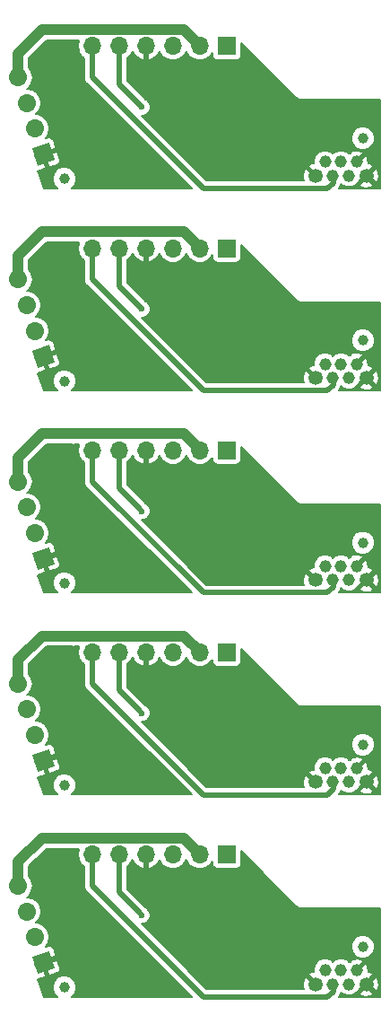
<source format=gtl>
G04 #@! TF.GenerationSoftware,KiCad,Pcbnew,5.0.0-fee4fd1~66~ubuntu16.04.1*
G04 #@! TF.CreationDate,2018-10-22T20:15:58+02:00*
G04 #@! TF.ProjectId,WiRoc_NanoPi_SideOledPCB_v1_Panelized,5769526F635F4E616E6F50695F536964,rev?*
G04 #@! TF.SameCoordinates,Original*
G04 #@! TF.FileFunction,Copper,L1,Top,Signal*
G04 #@! TF.FilePolarity,Positive*
%FSLAX46Y46*%
G04 Gerber Fmt 4.6, Leading zero omitted, Abs format (unit mm)*
G04 Created by KiCad (PCBNEW 5.0.0-fee4fd1~66~ubuntu16.04.1) date Mon Oct 22 20:15:58 2018*
%MOMM*%
%LPD*%
G01*
G04 APERTURE LIST*
G04 #@! TA.AperFunction,BGAPad,CuDef*
%ADD10C,1.000000*%
G04 #@! TD*
G04 #@! TA.AperFunction,ViaPad*
%ADD11C,0.600000*%
G04 #@! TD*
G04 #@! TA.AperFunction,ComponentPad*
%ADD12C,1.700000*%
G04 #@! TD*
G04 #@! TA.AperFunction,Conductor*
%ADD13C,1.700000*%
G04 #@! TD*
G04 #@! TA.AperFunction,Conductor*
%ADD14C,0.100000*%
G04 #@! TD*
G04 #@! TA.AperFunction,ComponentPad*
%ADD15C,1.350000*%
G04 #@! TD*
G04 #@! TA.AperFunction,ComponentPad*
%ADD16C,1.150000*%
G04 #@! TD*
G04 #@! TA.AperFunction,ComponentPad*
%ADD17O,1.700000X1.700000*%
G04 #@! TD*
G04 #@! TA.AperFunction,ComponentPad*
%ADD18R,1.700000X1.700000*%
G04 #@! TD*
G04 #@! TA.AperFunction,Conductor*
%ADD19C,0.500000*%
G04 #@! TD*
G04 #@! TA.AperFunction,Conductor*
%ADD20C,1.000000*%
G04 #@! TD*
G04 #@! TA.AperFunction,Conductor*
%ADD21C,0.200000*%
G04 #@! TD*
G04 APERTURE END LIST*
D10*
G04 #@! TO.P,FID1,1*
G04 #@! TO.N,N/C*
X128074420Y-170205900D03*
G04 #@! TD*
G04 #@! TO.P,FID1,1*
G04 #@! TO.N,N/C*
X128074420Y-151139900D03*
G04 #@! TD*
G04 #@! TO.P,FID1,1*
G04 #@! TO.N,N/C*
X128074420Y-132073900D03*
G04 #@! TD*
G04 #@! TO.P,FID1,1*
G04 #@! TO.N,N/C*
X128074420Y-113007900D03*
G04 #@! TD*
D11*
G04 #@! TO.N,GND*
G04 #@! TO.C,REF\002A\002A*
X142471140Y-160477700D03*
G04 #@! TD*
G04 #@! TO.N,GND*
G04 #@! TO.C,REF\002A\002A*
X142471140Y-141411700D03*
G04 #@! TD*
G04 #@! TO.N,GND*
G04 #@! TO.C,REF\002A\002A*
X142471140Y-122345700D03*
G04 #@! TD*
G04 #@! TO.N,GND*
G04 #@! TO.C,REF\002A\002A*
X142471140Y-103279700D03*
G04 #@! TD*
G04 #@! TO.N,GND*
G04 #@! TO.C,REF\002A\002A*
X150573740Y-165969180D03*
G04 #@! TD*
G04 #@! TO.N,GND*
G04 #@! TO.C,REF\002A\002A*
X150573740Y-146903180D03*
G04 #@! TD*
G04 #@! TO.N,GND*
G04 #@! TO.C,REF\002A\002A*
X150573740Y-127837180D03*
G04 #@! TD*
G04 #@! TO.N,GND*
G04 #@! TO.C,REF\002A\002A*
X150573740Y-108771180D03*
G04 #@! TD*
G04 #@! TO.N,GND*
G04 #@! TO.C,REF\002A\002A*
X140914120Y-163462200D03*
G04 #@! TD*
G04 #@! TO.N,GND*
G04 #@! TO.C,REF\002A\002A*
X140914120Y-144396200D03*
G04 #@! TD*
G04 #@! TO.N,GND*
G04 #@! TO.C,REF\002A\002A*
X140914120Y-125330200D03*
G04 #@! TD*
G04 #@! TO.N,GND*
G04 #@! TO.C,REF\002A\002A*
X140914120Y-106264200D03*
G04 #@! TD*
D10*
G04 #@! TO.P,FID2,1*
G04 #@! TO.N,N/C*
X156268420Y-166367960D03*
G04 #@! TD*
G04 #@! TO.P,FID2,1*
G04 #@! TO.N,N/C*
X156268420Y-147301960D03*
G04 #@! TD*
G04 #@! TO.P,FID2,1*
G04 #@! TO.N,N/C*
X156268420Y-128235960D03*
G04 #@! TD*
G04 #@! TO.P,FID2,1*
G04 #@! TO.N,N/C*
X156268420Y-109169960D03*
G04 #@! TD*
D11*
G04 #@! TO.N,GND*
G04 #@! TO.C,REF\002A\002A*
X146243040Y-161803580D03*
G04 #@! TD*
G04 #@! TO.N,GND*
G04 #@! TO.C,REF\002A\002A*
X146243040Y-142737580D03*
G04 #@! TD*
G04 #@! TO.N,GND*
G04 #@! TO.C,REF\002A\002A*
X146243040Y-123671580D03*
G04 #@! TD*
G04 #@! TO.N,GND*
G04 #@! TO.C,REF\002A\002A*
X146243040Y-104605580D03*
G04 #@! TD*
G04 #@! TO.N,GND*
G04 #@! TO.C,REF\002A\002A*
X146184620Y-169751240D03*
G04 #@! TD*
G04 #@! TO.N,GND*
G04 #@! TO.C,REF\002A\002A*
X146184620Y-150685240D03*
G04 #@! TD*
G04 #@! TO.N,GND*
G04 #@! TO.C,REF\002A\002A*
X146184620Y-131619240D03*
G04 #@! TD*
G04 #@! TO.N,GND*
G04 #@! TO.C,REF\002A\002A*
X146184620Y-112553240D03*
G04 #@! TD*
G04 #@! TO.N,GND*
G04 #@! TO.C,REF\002A\002A*
X127091440Y-162110920D03*
G04 #@! TD*
G04 #@! TO.N,GND*
G04 #@! TO.C,REF\002A\002A*
X127091440Y-143044920D03*
G04 #@! TD*
G04 #@! TO.N,GND*
G04 #@! TO.C,REF\002A\002A*
X127091440Y-123978920D03*
G04 #@! TD*
G04 #@! TO.N,GND*
G04 #@! TO.C,REF\002A\002A*
X127091440Y-104912920D03*
G04 #@! TD*
D12*
G04 #@! TO.P,J2,4*
G04 #@! TO.N,SDA*
X123728891Y-160623949D03*
D13*
G04 #@! TD*
G04 #@! TO.N,SDA*
G04 #@! TO.C,J2*
X123728891Y-160623949D02*
X123728891Y-160623949D01*
D12*
G04 #@! TO.P,J2,3*
G04 #@! TO.N,SCK*
X124513794Y-163039633D03*
D13*
G04 #@! TD*
G04 #@! TO.N,SCK*
G04 #@! TO.C,J2*
X124513794Y-163039633D02*
X124513794Y-163039633D01*
D12*
G04 #@! TO.P,J2,2*
G04 #@! TO.N,SYS_3.3V*
X125298697Y-165455316D03*
D13*
G04 #@! TD*
G04 #@! TO.N,SYS_3.3V*
G04 #@! TO.C,J2*
X125298697Y-165455316D02*
X125298697Y-165455316D01*
D12*
G04 #@! TO.P,J2,1*
G04 #@! TO.N,GND*
X126083600Y-167871000D03*
D14*
G04 #@! TD*
G04 #@! TO.N,GND*
G04 #@! TO.C,J2*
G36*
X126629334Y-166799938D02*
X127154662Y-168416734D01*
X125537866Y-168942062D01*
X125012538Y-167325266D01*
X126629334Y-166799938D01*
X126629334Y-166799938D01*
G37*
D12*
G04 #@! TO.P,J2,4*
G04 #@! TO.N,SDA*
X123728891Y-141557949D03*
D13*
G04 #@! TD*
G04 #@! TO.N,SDA*
G04 #@! TO.C,J2*
X123728891Y-141557949D02*
X123728891Y-141557949D01*
D12*
G04 #@! TO.P,J2,3*
G04 #@! TO.N,SCK*
X124513794Y-143973633D03*
D13*
G04 #@! TD*
G04 #@! TO.N,SCK*
G04 #@! TO.C,J2*
X124513794Y-143973633D02*
X124513794Y-143973633D01*
D12*
G04 #@! TO.P,J2,2*
G04 #@! TO.N,SYS_3.3V*
X125298697Y-146389316D03*
D13*
G04 #@! TD*
G04 #@! TO.N,SYS_3.3V*
G04 #@! TO.C,J2*
X125298697Y-146389316D02*
X125298697Y-146389316D01*
D12*
G04 #@! TO.P,J2,1*
G04 #@! TO.N,GND*
X126083600Y-148805000D03*
D14*
G04 #@! TD*
G04 #@! TO.N,GND*
G04 #@! TO.C,J2*
G36*
X126629334Y-147733938D02*
X127154662Y-149350734D01*
X125537866Y-149876062D01*
X125012538Y-148259266D01*
X126629334Y-147733938D01*
X126629334Y-147733938D01*
G37*
D12*
G04 #@! TO.P,J2,4*
G04 #@! TO.N,SDA*
X123728891Y-122491949D03*
D13*
G04 #@! TD*
G04 #@! TO.N,SDA*
G04 #@! TO.C,J2*
X123728891Y-122491949D02*
X123728891Y-122491949D01*
D12*
G04 #@! TO.P,J2,3*
G04 #@! TO.N,SCK*
X124513794Y-124907633D03*
D13*
G04 #@! TD*
G04 #@! TO.N,SCK*
G04 #@! TO.C,J2*
X124513794Y-124907633D02*
X124513794Y-124907633D01*
D12*
G04 #@! TO.P,J2,2*
G04 #@! TO.N,SYS_3.3V*
X125298697Y-127323316D03*
D13*
G04 #@! TD*
G04 #@! TO.N,SYS_3.3V*
G04 #@! TO.C,J2*
X125298697Y-127323316D02*
X125298697Y-127323316D01*
D12*
G04 #@! TO.P,J2,1*
G04 #@! TO.N,GND*
X126083600Y-129739000D03*
D14*
G04 #@! TD*
G04 #@! TO.N,GND*
G04 #@! TO.C,J2*
G36*
X126629334Y-128667938D02*
X127154662Y-130284734D01*
X125537866Y-130810062D01*
X125012538Y-129193266D01*
X126629334Y-128667938D01*
X126629334Y-128667938D01*
G37*
D12*
G04 #@! TO.P,J2,4*
G04 #@! TO.N,SDA*
X123728891Y-103425949D03*
D13*
G04 #@! TD*
G04 #@! TO.N,SDA*
G04 #@! TO.C,J2*
X123728891Y-103425949D02*
X123728891Y-103425949D01*
D12*
G04 #@! TO.P,J2,3*
G04 #@! TO.N,SCK*
X124513794Y-105841633D03*
D13*
G04 #@! TD*
G04 #@! TO.N,SCK*
G04 #@! TO.C,J2*
X124513794Y-105841633D02*
X124513794Y-105841633D01*
D12*
G04 #@! TO.P,J2,2*
G04 #@! TO.N,SYS_3.3V*
X125298697Y-108257316D03*
D13*
G04 #@! TD*
G04 #@! TO.N,SYS_3.3V*
G04 #@! TO.C,J2*
X125298697Y-108257316D02*
X125298697Y-108257316D01*
D12*
G04 #@! TO.P,J2,1*
G04 #@! TO.N,GND*
X126083600Y-110673000D03*
D14*
G04 #@! TD*
G04 #@! TO.N,GND*
G04 #@! TO.C,J2*
G36*
X126629334Y-109601938D02*
X127154662Y-111218734D01*
X125537866Y-111744062D01*
X125012538Y-110127266D01*
X126629334Y-109601938D01*
X126629334Y-109601938D01*
G37*
D15*
G04 #@! TO.P,J1,6*
G04 #@! TO.N,GND*
X151803400Y-169893000D03*
X156603400Y-169893000D03*
D16*
G04 #@! TO.P,J1,4*
G04 #@! TO.N,Net-(J1-Pad4)*
X154953400Y-169893000D03*
G04 #@! TO.P,J1,2*
G04 #@! TO.N,Net-(J1-Pad2)*
X153453400Y-169893000D03*
G04 #@! TO.P,J1,1*
G04 #@! TO.N,Net-(J1-Pad1)*
X152703400Y-168593000D03*
G04 #@! TO.P,J1,3*
G04 #@! TO.N,Net-(J1-Pad3)*
X154203400Y-168593000D03*
G04 #@! TO.P,J1,5*
G04 #@! TO.N,GND*
X155703400Y-168593000D03*
G04 #@! TD*
D15*
G04 #@! TO.P,J1,6*
G04 #@! TO.N,GND*
X151803400Y-150827000D03*
X156603400Y-150827000D03*
D16*
G04 #@! TO.P,J1,4*
G04 #@! TO.N,Net-(J1-Pad4)*
X154953400Y-150827000D03*
G04 #@! TO.P,J1,2*
G04 #@! TO.N,Net-(J1-Pad2)*
X153453400Y-150827000D03*
G04 #@! TO.P,J1,1*
G04 #@! TO.N,Net-(J1-Pad1)*
X152703400Y-149527000D03*
G04 #@! TO.P,J1,3*
G04 #@! TO.N,Net-(J1-Pad3)*
X154203400Y-149527000D03*
G04 #@! TO.P,J1,5*
G04 #@! TO.N,GND*
X155703400Y-149527000D03*
G04 #@! TD*
D15*
G04 #@! TO.P,J1,6*
G04 #@! TO.N,GND*
X151803400Y-131761000D03*
X156603400Y-131761000D03*
D16*
G04 #@! TO.P,J1,4*
G04 #@! TO.N,Net-(J1-Pad4)*
X154953400Y-131761000D03*
G04 #@! TO.P,J1,2*
G04 #@! TO.N,Net-(J1-Pad2)*
X153453400Y-131761000D03*
G04 #@! TO.P,J1,1*
G04 #@! TO.N,Net-(J1-Pad1)*
X152703400Y-130461000D03*
G04 #@! TO.P,J1,3*
G04 #@! TO.N,Net-(J1-Pad3)*
X154203400Y-130461000D03*
G04 #@! TO.P,J1,5*
G04 #@! TO.N,GND*
X155703400Y-130461000D03*
G04 #@! TD*
D15*
G04 #@! TO.P,J1,6*
G04 #@! TO.N,GND*
X151803400Y-112695000D03*
X156603400Y-112695000D03*
D16*
G04 #@! TO.P,J1,4*
G04 #@! TO.N,Net-(J1-Pad4)*
X154953400Y-112695000D03*
G04 #@! TO.P,J1,2*
G04 #@! TO.N,Net-(J1-Pad2)*
X153453400Y-112695000D03*
G04 #@! TO.P,J1,1*
G04 #@! TO.N,Net-(J1-Pad1)*
X152703400Y-111395000D03*
G04 #@! TO.P,J1,3*
G04 #@! TO.N,Net-(J1-Pad3)*
X154203400Y-111395000D03*
G04 #@! TO.P,J1,5*
G04 #@! TO.N,GND*
X155703400Y-111395000D03*
G04 #@! TD*
D11*
G04 #@! TO.N,GND*
G04 #@! TO.C,REF\002A\002A*
X134332980Y-169715680D03*
G04 #@! TD*
G04 #@! TO.N,GND*
G04 #@! TO.C,REF\002A\002A*
X134332980Y-150649680D03*
G04 #@! TD*
G04 #@! TO.N,GND*
G04 #@! TO.C,REF\002A\002A*
X134332980Y-131583680D03*
G04 #@! TD*
G04 #@! TO.N,GND*
G04 #@! TO.C,REF\002A\002A*
X134332980Y-112517680D03*
G04 #@! TD*
D17*
G04 #@! TO.P,J3,6*
G04 #@! TO.N,Net-(J1-Pad2)*
X130720600Y-157671000D03*
G04 #@! TO.P,J3,5*
G04 #@! TO.N,Net-(J1-Pad3)*
X133260600Y-157671000D03*
G04 #@! TO.P,J3,4*
G04 #@! TO.N,GND*
X135800600Y-157671000D03*
G04 #@! TO.P,J3,3*
G04 #@! TO.N,SYS_3.3V*
X138340600Y-157671000D03*
G04 #@! TO.P,J3,2*
G04 #@! TO.N,SDA*
X140880600Y-157671000D03*
D18*
G04 #@! TO.P,J3,1*
G04 #@! TO.N,SCK*
X143420600Y-157671000D03*
G04 #@! TD*
D17*
G04 #@! TO.P,J3,6*
G04 #@! TO.N,Net-(J1-Pad2)*
X130720600Y-138605000D03*
G04 #@! TO.P,J3,5*
G04 #@! TO.N,Net-(J1-Pad3)*
X133260600Y-138605000D03*
G04 #@! TO.P,J3,4*
G04 #@! TO.N,GND*
X135800600Y-138605000D03*
G04 #@! TO.P,J3,3*
G04 #@! TO.N,SYS_3.3V*
X138340600Y-138605000D03*
G04 #@! TO.P,J3,2*
G04 #@! TO.N,SDA*
X140880600Y-138605000D03*
D18*
G04 #@! TO.P,J3,1*
G04 #@! TO.N,SCK*
X143420600Y-138605000D03*
G04 #@! TD*
D17*
G04 #@! TO.P,J3,6*
G04 #@! TO.N,Net-(J1-Pad2)*
X130720600Y-119539000D03*
G04 #@! TO.P,J3,5*
G04 #@! TO.N,Net-(J1-Pad3)*
X133260600Y-119539000D03*
G04 #@! TO.P,J3,4*
G04 #@! TO.N,GND*
X135800600Y-119539000D03*
G04 #@! TO.P,J3,3*
G04 #@! TO.N,SYS_3.3V*
X138340600Y-119539000D03*
G04 #@! TO.P,J3,2*
G04 #@! TO.N,SDA*
X140880600Y-119539000D03*
D18*
G04 #@! TO.P,J3,1*
G04 #@! TO.N,SCK*
X143420600Y-119539000D03*
G04 #@! TD*
D17*
G04 #@! TO.P,J3,6*
G04 #@! TO.N,Net-(J1-Pad2)*
X130720600Y-100473000D03*
G04 #@! TO.P,J3,5*
G04 #@! TO.N,Net-(J1-Pad3)*
X133260600Y-100473000D03*
G04 #@! TO.P,J3,4*
G04 #@! TO.N,GND*
X135800600Y-100473000D03*
G04 #@! TO.P,J3,3*
G04 #@! TO.N,SYS_3.3V*
X138340600Y-100473000D03*
G04 #@! TO.P,J3,2*
G04 #@! TO.N,SDA*
X140880600Y-100473000D03*
D18*
G04 #@! TO.P,J3,1*
G04 #@! TO.N,SCK*
X143420600Y-100473000D03*
G04 #@! TD*
D11*
G04 #@! TO.N,GND*
G04 #@! TO.C,REF\002A\002A*
X134332980Y-93451680D03*
G04 #@! TD*
G04 #@! TO.N,GND*
G04 #@! TO.C,REF\002A\002A*
X127091440Y-85846920D03*
G04 #@! TD*
G04 #@! TO.N,GND*
G04 #@! TO.C,REF\002A\002A*
X146184620Y-93487240D03*
G04 #@! TD*
G04 #@! TO.N,GND*
G04 #@! TO.C,REF\002A\002A*
X140914120Y-87198200D03*
G04 #@! TD*
G04 #@! TO.N,GND*
G04 #@! TO.C,REF\002A\002A*
X150573740Y-89705180D03*
G04 #@! TD*
G04 #@! TO.N,GND*
G04 #@! TO.C,REF\002A\002A*
X146243040Y-85539580D03*
G04 #@! TD*
D10*
G04 #@! TO.P,FID2,1*
G04 #@! TO.N,N/C*
X156268420Y-90103960D03*
G04 #@! TD*
D12*
G04 #@! TO.P,J2,1*
G04 #@! TO.N,GND*
X126083600Y-91607000D03*
D14*
G04 #@! TD*
G04 #@! TO.N,GND*
G04 #@! TO.C,J2*
G36*
X126629334Y-90535938D02*
X127154662Y-92152734D01*
X125537866Y-92678062D01*
X125012538Y-91061266D01*
X126629334Y-90535938D01*
X126629334Y-90535938D01*
G37*
D12*
G04 #@! TO.P,J2,2*
G04 #@! TO.N,SYS_3.3V*
X125298697Y-89191316D03*
D13*
G04 #@! TD*
G04 #@! TO.N,SYS_3.3V*
G04 #@! TO.C,J2*
X125298697Y-89191316D02*
X125298697Y-89191316D01*
D12*
G04 #@! TO.P,J2,3*
G04 #@! TO.N,SCK*
X124513794Y-86775633D03*
D13*
G04 #@! TD*
G04 #@! TO.N,SCK*
G04 #@! TO.C,J2*
X124513794Y-86775633D02*
X124513794Y-86775633D01*
D12*
G04 #@! TO.P,J2,4*
G04 #@! TO.N,SDA*
X123728891Y-84359949D03*
D13*
G04 #@! TD*
G04 #@! TO.N,SDA*
G04 #@! TO.C,J2*
X123728891Y-84359949D02*
X123728891Y-84359949D01*
D18*
G04 #@! TO.P,J3,1*
G04 #@! TO.N,SCK*
X143420600Y-81407000D03*
D17*
G04 #@! TO.P,J3,2*
G04 #@! TO.N,SDA*
X140880600Y-81407000D03*
G04 #@! TO.P,J3,3*
G04 #@! TO.N,SYS_3.3V*
X138340600Y-81407000D03*
G04 #@! TO.P,J3,4*
G04 #@! TO.N,GND*
X135800600Y-81407000D03*
G04 #@! TO.P,J3,5*
G04 #@! TO.N,Net-(J1-Pad3)*
X133260600Y-81407000D03*
G04 #@! TO.P,J3,6*
G04 #@! TO.N,Net-(J1-Pad2)*
X130720600Y-81407000D03*
G04 #@! TD*
D11*
G04 #@! TO.N,GND*
G04 #@! TO.C,REF\002A\002A*
X142471140Y-84213700D03*
G04 #@! TD*
D10*
G04 #@! TO.P,FID1,1*
G04 #@! TO.N,N/C*
X128074420Y-93941900D03*
G04 #@! TD*
D16*
G04 #@! TO.P,J1,5*
G04 #@! TO.N,GND*
X155703400Y-92329000D03*
G04 #@! TO.P,J1,3*
G04 #@! TO.N,Net-(J1-Pad3)*
X154203400Y-92329000D03*
G04 #@! TO.P,J1,1*
G04 #@! TO.N,Net-(J1-Pad1)*
X152703400Y-92329000D03*
G04 #@! TO.P,J1,2*
G04 #@! TO.N,Net-(J1-Pad2)*
X153453400Y-93629000D03*
G04 #@! TO.P,J1,4*
G04 #@! TO.N,Net-(J1-Pad4)*
X154953400Y-93629000D03*
D15*
G04 #@! TO.P,J1,6*
G04 #@! TO.N,GND*
X156603400Y-93629000D03*
X151803400Y-93629000D03*
G04 #@! TD*
D11*
G04 #@! TO.N,Net-(J1-Pad3)*
X135404584Y-87142044D03*
X135404584Y-106208044D03*
X135404584Y-125274044D03*
X135404584Y-144340044D03*
X135404584Y-163406044D03*
G04 #@! TD*
D19*
G04 #@! TO.N,Net-(J1-Pad2)*
X152933400Y-94843600D02*
X153466800Y-94310200D01*
X141193520Y-94843600D02*
X152933400Y-94843600D01*
X130705860Y-84355940D02*
X141193520Y-94843600D01*
X130705860Y-81422240D02*
X130705860Y-84355940D01*
X153466800Y-93642400D02*
X153453400Y-93629000D01*
X153466800Y-94310200D02*
X153466800Y-93642400D01*
X152933400Y-113909600D02*
X153466800Y-113376200D01*
X152933400Y-132975600D02*
X153466800Y-132442200D01*
X152933400Y-152041600D02*
X153466800Y-151508200D01*
X152933400Y-171107600D02*
X153466800Y-170574200D01*
X141193520Y-113909600D02*
X152933400Y-113909600D01*
X141193520Y-132975600D02*
X152933400Y-132975600D01*
X141193520Y-152041600D02*
X152933400Y-152041600D01*
X141193520Y-171107600D02*
X152933400Y-171107600D01*
X130705860Y-103421940D02*
X141193520Y-113909600D01*
X130705860Y-122487940D02*
X141193520Y-132975600D01*
X130705860Y-141553940D02*
X141193520Y-152041600D01*
X130705860Y-160619940D02*
X141193520Y-171107600D01*
X130705860Y-100488240D02*
X130705860Y-103421940D01*
X130705860Y-119554240D02*
X130705860Y-122487940D01*
X130705860Y-138620240D02*
X130705860Y-141553940D01*
X130705860Y-157686240D02*
X130705860Y-160619940D01*
X153466800Y-112708400D02*
X153453400Y-112695000D01*
X153466800Y-131774400D02*
X153453400Y-131761000D01*
X153466800Y-150840400D02*
X153453400Y-150827000D01*
X153466800Y-169906400D02*
X153453400Y-169893000D01*
X153466800Y-113376200D02*
X153466800Y-112708400D01*
X153466800Y-132442200D02*
X153466800Y-131774400D01*
X153466800Y-151508200D02*
X153466800Y-150840400D01*
X153466800Y-170574200D02*
X153466800Y-169906400D01*
G04 #@! TO.N,Net-(J1-Pad3)*
X133250940Y-81409540D02*
X133250940Y-84988400D01*
X133250940Y-84988400D02*
X135104585Y-86842045D01*
X135104585Y-86842045D02*
X135404584Y-87142044D01*
X133250940Y-100475540D02*
X133250940Y-104054400D01*
X133250940Y-119541540D02*
X133250940Y-123120400D01*
X133250940Y-138607540D02*
X133250940Y-142186400D01*
X133250940Y-157673540D02*
X133250940Y-161252400D01*
X133250940Y-104054400D02*
X135104585Y-105908045D01*
X133250940Y-123120400D02*
X135104585Y-124974045D01*
X133250940Y-142186400D02*
X135104585Y-144040045D01*
X133250940Y-161252400D02*
X135104585Y-163106045D01*
X135104585Y-105908045D02*
X135404584Y-106208044D01*
X135104585Y-124974045D02*
X135404584Y-125274044D01*
X135104585Y-144040045D02*
X135404584Y-144340044D01*
X135104585Y-163106045D02*
X135404584Y-163406044D01*
D20*
G04 #@! TO.N,SDA*
X123728891Y-84359949D02*
X123728891Y-82104707D01*
X123728891Y-82104707D02*
X125976599Y-79856999D01*
X128910681Y-79856999D02*
X128922780Y-79844900D01*
X125976599Y-79856999D02*
X128910681Y-79856999D01*
X139366659Y-79856999D02*
X140860780Y-81351120D01*
X128910681Y-79856999D02*
X139366659Y-79856999D01*
X123728891Y-103425949D02*
X123728891Y-101170707D01*
X123728891Y-122491949D02*
X123728891Y-120236707D01*
X123728891Y-141557949D02*
X123728891Y-139302707D01*
X123728891Y-160623949D02*
X123728891Y-158368707D01*
X123728891Y-101170707D02*
X125976599Y-98922999D01*
X123728891Y-120236707D02*
X125976599Y-117988999D01*
X123728891Y-139302707D02*
X125976599Y-137054999D01*
X123728891Y-158368707D02*
X125976599Y-156120999D01*
X128910681Y-98922999D02*
X128922780Y-98910900D01*
X128910681Y-117988999D02*
X128922780Y-117976900D01*
X128910681Y-137054999D02*
X128922780Y-137042900D01*
X128910681Y-156120999D02*
X128922780Y-156108900D01*
X125976599Y-98922999D02*
X128910681Y-98922999D01*
X125976599Y-117988999D02*
X128910681Y-117988999D01*
X125976599Y-137054999D02*
X128910681Y-137054999D01*
X125976599Y-156120999D02*
X128910681Y-156120999D01*
X139366659Y-98922999D02*
X140860780Y-100417120D01*
X139366659Y-117988999D02*
X140860780Y-119483120D01*
X139366659Y-137054999D02*
X140860780Y-138549120D01*
X139366659Y-156120999D02*
X140860780Y-157615120D01*
X128910681Y-98922999D02*
X139366659Y-98922999D01*
X128910681Y-117988999D02*
X139366659Y-117988999D01*
X128910681Y-137054999D02*
X139366659Y-137054999D01*
X128910681Y-156120999D02*
X139366659Y-156120999D01*
G04 #@! TD*
D21*
G04 #@! TO.N,GND*
G36*
X128910681Y-80876590D02*
X129009171Y-80856999D01*
X129464468Y-80856999D01*
X129448928Y-80880256D01*
X129344152Y-81407000D01*
X129448928Y-81933744D01*
X129747304Y-82380296D01*
X129955860Y-82519649D01*
X129955861Y-84282070D01*
X129941167Y-84355940D01*
X129961556Y-84458438D01*
X129999377Y-84648575D01*
X130165141Y-84896660D01*
X130227764Y-84938503D01*
X140107260Y-94818000D01*
X128753955Y-94818000D01*
X129006955Y-94565000D01*
X129174420Y-94160704D01*
X129174420Y-93723096D01*
X129006955Y-93318800D01*
X128697520Y-93009365D01*
X128293224Y-92841900D01*
X127855616Y-92841900D01*
X127451320Y-93009365D01*
X127141885Y-93318800D01*
X126974420Y-93723096D01*
X126974420Y-94160704D01*
X127141885Y-94565000D01*
X127394885Y-94818000D01*
X126132995Y-94818000D01*
X125579439Y-93182880D01*
X125597787Y-93184324D01*
X126235428Y-92977142D01*
X126315683Y-92819633D01*
X125984726Y-91801051D01*
X125965704Y-91807232D01*
X125932772Y-91705874D01*
X126277651Y-91705874D01*
X126608609Y-92724456D01*
X126766118Y-92804711D01*
X127403759Y-92597528D01*
X127555013Y-92468345D01*
X127645317Y-92291113D01*
X127660924Y-92092813D01*
X127599457Y-91903637D01*
X127453742Y-91455172D01*
X127296233Y-91374917D01*
X126277651Y-91705874D01*
X125932772Y-91705874D01*
X125870528Y-91514306D01*
X125889549Y-91508126D01*
X125883368Y-91489104D01*
X126176294Y-91393928D01*
X126182474Y-91412949D01*
X127201056Y-91081991D01*
X127281311Y-90924482D01*
X127135595Y-90476017D01*
X127074128Y-90286841D01*
X126944945Y-90135587D01*
X126767712Y-90045282D01*
X126569413Y-90029676D01*
X126304680Y-90115693D01*
X126570369Y-89718060D01*
X126675145Y-89191316D01*
X126570369Y-88664572D01*
X126271993Y-88218020D01*
X125825441Y-87919644D01*
X125431660Y-87841316D01*
X125348823Y-87841316D01*
X125487090Y-87748929D01*
X125785466Y-87302377D01*
X125890242Y-86775633D01*
X125785466Y-86248889D01*
X125487090Y-85802337D01*
X125040538Y-85503961D01*
X124646757Y-85425633D01*
X124563918Y-85425633D01*
X124702187Y-85333245D01*
X125000563Y-84886693D01*
X125105339Y-84359949D01*
X125000563Y-83833205D01*
X124728891Y-83426618D01*
X124728891Y-82518919D01*
X126390812Y-80856999D01*
X128812191Y-80856999D01*
X128910681Y-80876590D01*
X128910681Y-80876590D01*
G37*
X128910681Y-80876590D02*
X129009171Y-80856999D01*
X129464468Y-80856999D01*
X129448928Y-80880256D01*
X129344152Y-81407000D01*
X129448928Y-81933744D01*
X129747304Y-82380296D01*
X129955860Y-82519649D01*
X129955861Y-84282070D01*
X129941167Y-84355940D01*
X129961556Y-84458438D01*
X129999377Y-84648575D01*
X130165141Y-84896660D01*
X130227764Y-84938503D01*
X140107260Y-94818000D01*
X128753955Y-94818000D01*
X129006955Y-94565000D01*
X129174420Y-94160704D01*
X129174420Y-93723096D01*
X129006955Y-93318800D01*
X128697520Y-93009365D01*
X128293224Y-92841900D01*
X127855616Y-92841900D01*
X127451320Y-93009365D01*
X127141885Y-93318800D01*
X126974420Y-93723096D01*
X126974420Y-94160704D01*
X127141885Y-94565000D01*
X127394885Y-94818000D01*
X126132995Y-94818000D01*
X125579439Y-93182880D01*
X125597787Y-93184324D01*
X126235428Y-92977142D01*
X126315683Y-92819633D01*
X125984726Y-91801051D01*
X125965704Y-91807232D01*
X125932772Y-91705874D01*
X126277651Y-91705874D01*
X126608609Y-92724456D01*
X126766118Y-92804711D01*
X127403759Y-92597528D01*
X127555013Y-92468345D01*
X127645317Y-92291113D01*
X127660924Y-92092813D01*
X127599457Y-91903637D01*
X127453742Y-91455172D01*
X127296233Y-91374917D01*
X126277651Y-91705874D01*
X125932772Y-91705874D01*
X125870528Y-91514306D01*
X125889549Y-91508126D01*
X125883368Y-91489104D01*
X126176294Y-91393928D01*
X126182474Y-91412949D01*
X127201056Y-91081991D01*
X127281311Y-90924482D01*
X127135595Y-90476017D01*
X127074128Y-90286841D01*
X126944945Y-90135587D01*
X126767712Y-90045282D01*
X126569413Y-90029676D01*
X126304680Y-90115693D01*
X126570369Y-89718060D01*
X126675145Y-89191316D01*
X126570369Y-88664572D01*
X126271993Y-88218020D01*
X125825441Y-87919644D01*
X125431660Y-87841316D01*
X125348823Y-87841316D01*
X125487090Y-87748929D01*
X125785466Y-87302377D01*
X125890242Y-86775633D01*
X125785466Y-86248889D01*
X125487090Y-85802337D01*
X125040538Y-85503961D01*
X124646757Y-85425633D01*
X124563918Y-85425633D01*
X124702187Y-85333245D01*
X125000563Y-84886693D01*
X125105339Y-84359949D01*
X125000563Y-83833205D01*
X124728891Y-83426618D01*
X124728891Y-82518919D01*
X126390812Y-80856999D01*
X128812191Y-80856999D01*
X128910681Y-80876590D01*
G36*
X149973973Y-86273546D02*
X150006049Y-86321551D01*
X150196246Y-86448637D01*
X150363972Y-86482000D01*
X150363976Y-86482000D01*
X150420600Y-86493263D01*
X150477224Y-86482000D01*
X157895600Y-86482000D01*
X157895601Y-94818000D01*
X156500328Y-94818000D01*
X156941361Y-94778363D01*
X157177148Y-94680697D01*
X157245390Y-94488779D01*
X156603400Y-93846789D01*
X155961410Y-94488779D01*
X156029652Y-94680697D01*
X156468741Y-94818000D01*
X154029516Y-94818000D01*
X154121259Y-94680697D01*
X154173284Y-94602836D01*
X154212053Y-94407932D01*
X154344462Y-94540341D01*
X154739569Y-94704000D01*
X155167231Y-94704000D01*
X155562338Y-94540341D01*
X155864741Y-94237938D01*
X155927015Y-94087596D01*
X156385611Y-93629000D01*
X156821189Y-93629000D01*
X157463179Y-94270990D01*
X157655097Y-94202748D01*
X157794605Y-93756607D01*
X157752763Y-93291039D01*
X157655097Y-93055252D01*
X157463179Y-92987010D01*
X156821189Y-93629000D01*
X156385611Y-93629000D01*
X156371469Y-93614858D01*
X156589258Y-93397069D01*
X156603400Y-93411211D01*
X157245390Y-92769221D01*
X157177148Y-92577303D01*
X156787686Y-92455518D01*
X156794554Y-92432586D01*
X156751136Y-92007135D01*
X156671854Y-91815732D01*
X156490248Y-91759941D01*
X155921189Y-92329000D01*
X155935331Y-92343142D01*
X155717542Y-92560931D01*
X155703400Y-92546789D01*
X155689258Y-92560931D01*
X155471469Y-92343142D01*
X155485611Y-92329000D01*
X155471469Y-92314858D01*
X155689258Y-92097069D01*
X155703400Y-92111211D01*
X156272459Y-91542152D01*
X156216668Y-91360546D01*
X155806986Y-91237846D01*
X155381535Y-91281264D01*
X155190132Y-91360546D01*
X155134342Y-91542150D01*
X155038650Y-91446458D01*
X154939894Y-91545215D01*
X154812338Y-91417659D01*
X154417231Y-91254000D01*
X153989569Y-91254000D01*
X153594462Y-91417659D01*
X153453400Y-91558721D01*
X153312338Y-91417659D01*
X152917231Y-91254000D01*
X152489569Y-91254000D01*
X152094462Y-91417659D01*
X151792059Y-91720062D01*
X151628400Y-92115169D01*
X151628400Y-92464991D01*
X151465439Y-92479637D01*
X151229652Y-92577303D01*
X151161410Y-92769221D01*
X151803400Y-93411211D01*
X151817542Y-93397069D01*
X152035331Y-93614858D01*
X152021189Y-93629000D01*
X152035331Y-93643142D01*
X151817542Y-93860931D01*
X151803400Y-93846789D01*
X151789258Y-93860931D01*
X151571469Y-93643142D01*
X151585611Y-93629000D01*
X150943621Y-92987010D01*
X150751703Y-93055252D01*
X150612195Y-93501393D01*
X150654037Y-93966961D01*
X150706492Y-94093600D01*
X141504180Y-94093600D01*
X137295736Y-89885156D01*
X155168420Y-89885156D01*
X155168420Y-90322764D01*
X155335885Y-90727060D01*
X155645320Y-91036495D01*
X156049616Y-91203960D01*
X156487224Y-91203960D01*
X156891520Y-91036495D01*
X157200955Y-90727060D01*
X157368420Y-90322764D01*
X157368420Y-89885156D01*
X157200955Y-89480860D01*
X156891520Y-89171425D01*
X156487224Y-89003960D01*
X156049616Y-89003960D01*
X155645320Y-89171425D01*
X155335885Y-89480860D01*
X155168420Y-89885156D01*
X137295736Y-89885156D01*
X135352623Y-87942044D01*
X135563714Y-87942044D01*
X135857748Y-87820251D01*
X136082791Y-87595208D01*
X136204584Y-87301174D01*
X136204584Y-86982914D01*
X136082791Y-86688880D01*
X135857748Y-86463837D01*
X135737035Y-86413836D01*
X135687148Y-86363949D01*
X135687146Y-86363946D01*
X134000940Y-84677741D01*
X134000940Y-82535952D01*
X134233896Y-82380296D01*
X134532272Y-81933744D01*
X134546679Y-81861316D01*
X134737504Y-82239082D01*
X135136851Y-82582573D01*
X135438688Y-82707585D01*
X135646600Y-82622281D01*
X135646600Y-81561000D01*
X135626600Y-81561000D01*
X135626600Y-81253000D01*
X135646600Y-81253000D01*
X135646600Y-81233000D01*
X135954600Y-81233000D01*
X135954600Y-81253000D01*
X135974600Y-81253000D01*
X135974600Y-81561000D01*
X135954600Y-81561000D01*
X135954600Y-82622281D01*
X136162512Y-82707585D01*
X136464349Y-82582573D01*
X136863696Y-82239082D01*
X137054521Y-81861316D01*
X137068928Y-81933744D01*
X137367304Y-82380296D01*
X137813856Y-82678672D01*
X138207637Y-82757000D01*
X138473563Y-82757000D01*
X138867344Y-82678672D01*
X139313896Y-82380296D01*
X139610600Y-81936246D01*
X139907304Y-82380296D01*
X140353856Y-82678672D01*
X140747637Y-82757000D01*
X141013563Y-82757000D01*
X141407344Y-82678672D01*
X141853896Y-82380296D01*
X142060805Y-82070634D01*
X142060805Y-82257000D01*
X142099611Y-82452090D01*
X142210120Y-82617480D01*
X142375510Y-82727989D01*
X142570600Y-82766795D01*
X144270600Y-82766795D01*
X144465690Y-82727989D01*
X144631080Y-82617480D01*
X144741589Y-82452090D01*
X144780395Y-82257000D01*
X144780395Y-81079967D01*
X149973973Y-86273546D01*
X149973973Y-86273546D01*
G37*
X149973973Y-86273546D02*
X150006049Y-86321551D01*
X150196246Y-86448637D01*
X150363972Y-86482000D01*
X150363976Y-86482000D01*
X150420600Y-86493263D01*
X150477224Y-86482000D01*
X157895600Y-86482000D01*
X157895601Y-94818000D01*
X156500328Y-94818000D01*
X156941361Y-94778363D01*
X157177148Y-94680697D01*
X157245390Y-94488779D01*
X156603400Y-93846789D01*
X155961410Y-94488779D01*
X156029652Y-94680697D01*
X156468741Y-94818000D01*
X154029516Y-94818000D01*
X154121259Y-94680697D01*
X154173284Y-94602836D01*
X154212053Y-94407932D01*
X154344462Y-94540341D01*
X154739569Y-94704000D01*
X155167231Y-94704000D01*
X155562338Y-94540341D01*
X155864741Y-94237938D01*
X155927015Y-94087596D01*
X156385611Y-93629000D01*
X156821189Y-93629000D01*
X157463179Y-94270990D01*
X157655097Y-94202748D01*
X157794605Y-93756607D01*
X157752763Y-93291039D01*
X157655097Y-93055252D01*
X157463179Y-92987010D01*
X156821189Y-93629000D01*
X156385611Y-93629000D01*
X156371469Y-93614858D01*
X156589258Y-93397069D01*
X156603400Y-93411211D01*
X157245390Y-92769221D01*
X157177148Y-92577303D01*
X156787686Y-92455518D01*
X156794554Y-92432586D01*
X156751136Y-92007135D01*
X156671854Y-91815732D01*
X156490248Y-91759941D01*
X155921189Y-92329000D01*
X155935331Y-92343142D01*
X155717542Y-92560931D01*
X155703400Y-92546789D01*
X155689258Y-92560931D01*
X155471469Y-92343142D01*
X155485611Y-92329000D01*
X155471469Y-92314858D01*
X155689258Y-92097069D01*
X155703400Y-92111211D01*
X156272459Y-91542152D01*
X156216668Y-91360546D01*
X155806986Y-91237846D01*
X155381535Y-91281264D01*
X155190132Y-91360546D01*
X155134342Y-91542150D01*
X155038650Y-91446458D01*
X154939894Y-91545215D01*
X154812338Y-91417659D01*
X154417231Y-91254000D01*
X153989569Y-91254000D01*
X153594462Y-91417659D01*
X153453400Y-91558721D01*
X153312338Y-91417659D01*
X152917231Y-91254000D01*
X152489569Y-91254000D01*
X152094462Y-91417659D01*
X151792059Y-91720062D01*
X151628400Y-92115169D01*
X151628400Y-92464991D01*
X151465439Y-92479637D01*
X151229652Y-92577303D01*
X151161410Y-92769221D01*
X151803400Y-93411211D01*
X151817542Y-93397069D01*
X152035331Y-93614858D01*
X152021189Y-93629000D01*
X152035331Y-93643142D01*
X151817542Y-93860931D01*
X151803400Y-93846789D01*
X151789258Y-93860931D01*
X151571469Y-93643142D01*
X151585611Y-93629000D01*
X150943621Y-92987010D01*
X150751703Y-93055252D01*
X150612195Y-93501393D01*
X150654037Y-93966961D01*
X150706492Y-94093600D01*
X141504180Y-94093600D01*
X137295736Y-89885156D01*
X155168420Y-89885156D01*
X155168420Y-90322764D01*
X155335885Y-90727060D01*
X155645320Y-91036495D01*
X156049616Y-91203960D01*
X156487224Y-91203960D01*
X156891520Y-91036495D01*
X157200955Y-90727060D01*
X157368420Y-90322764D01*
X157368420Y-89885156D01*
X157200955Y-89480860D01*
X156891520Y-89171425D01*
X156487224Y-89003960D01*
X156049616Y-89003960D01*
X155645320Y-89171425D01*
X155335885Y-89480860D01*
X155168420Y-89885156D01*
X137295736Y-89885156D01*
X135352623Y-87942044D01*
X135563714Y-87942044D01*
X135857748Y-87820251D01*
X136082791Y-87595208D01*
X136204584Y-87301174D01*
X136204584Y-86982914D01*
X136082791Y-86688880D01*
X135857748Y-86463837D01*
X135737035Y-86413836D01*
X135687148Y-86363949D01*
X135687146Y-86363946D01*
X134000940Y-84677741D01*
X134000940Y-82535952D01*
X134233896Y-82380296D01*
X134532272Y-81933744D01*
X134546679Y-81861316D01*
X134737504Y-82239082D01*
X135136851Y-82582573D01*
X135438688Y-82707585D01*
X135646600Y-82622281D01*
X135646600Y-81561000D01*
X135626600Y-81561000D01*
X135626600Y-81253000D01*
X135646600Y-81253000D01*
X135646600Y-81233000D01*
X135954600Y-81233000D01*
X135954600Y-81253000D01*
X135974600Y-81253000D01*
X135974600Y-81561000D01*
X135954600Y-81561000D01*
X135954600Y-82622281D01*
X136162512Y-82707585D01*
X136464349Y-82582573D01*
X136863696Y-82239082D01*
X137054521Y-81861316D01*
X137068928Y-81933744D01*
X137367304Y-82380296D01*
X137813856Y-82678672D01*
X138207637Y-82757000D01*
X138473563Y-82757000D01*
X138867344Y-82678672D01*
X139313896Y-82380296D01*
X139610600Y-81936246D01*
X139907304Y-82380296D01*
X140353856Y-82678672D01*
X140747637Y-82757000D01*
X141013563Y-82757000D01*
X141407344Y-82678672D01*
X141853896Y-82380296D01*
X142060805Y-82070634D01*
X142060805Y-82257000D01*
X142099611Y-82452090D01*
X142210120Y-82617480D01*
X142375510Y-82727989D01*
X142570600Y-82766795D01*
X144270600Y-82766795D01*
X144465690Y-82727989D01*
X144631080Y-82617480D01*
X144741589Y-82452090D01*
X144780395Y-82257000D01*
X144780395Y-81079967D01*
X149973973Y-86273546D01*
G36*
X128910681Y-99942590D02*
X129009171Y-99922999D01*
X129464468Y-99922999D01*
X129448928Y-99946256D01*
X129344152Y-100473000D01*
X129448928Y-100999744D01*
X129747304Y-101446296D01*
X129955860Y-101585649D01*
X129955861Y-103348070D01*
X129941167Y-103421940D01*
X129961556Y-103524438D01*
X129999377Y-103714575D01*
X130165141Y-103962660D01*
X130227764Y-104004503D01*
X140107260Y-113884000D01*
X128753955Y-113884000D01*
X129006955Y-113631000D01*
X129174420Y-113226704D01*
X129174420Y-112789096D01*
X129006955Y-112384800D01*
X128697520Y-112075365D01*
X128293224Y-111907900D01*
X127855616Y-111907900D01*
X127451320Y-112075365D01*
X127141885Y-112384800D01*
X126974420Y-112789096D01*
X126974420Y-113226704D01*
X127141885Y-113631000D01*
X127394885Y-113884000D01*
X126132995Y-113884000D01*
X125579439Y-112248880D01*
X125597787Y-112250324D01*
X126235428Y-112043142D01*
X126315683Y-111885633D01*
X125984726Y-110867051D01*
X125965704Y-110873232D01*
X125932772Y-110771874D01*
X126277651Y-110771874D01*
X126608609Y-111790456D01*
X126766118Y-111870711D01*
X127403759Y-111663528D01*
X127555013Y-111534345D01*
X127645317Y-111357113D01*
X127660924Y-111158813D01*
X127599457Y-110969637D01*
X127453742Y-110521172D01*
X127296233Y-110440917D01*
X126277651Y-110771874D01*
X125932772Y-110771874D01*
X125870528Y-110580306D01*
X125889549Y-110574126D01*
X125883368Y-110555104D01*
X126176294Y-110459928D01*
X126182474Y-110478949D01*
X127201056Y-110147991D01*
X127281311Y-109990482D01*
X127135595Y-109542017D01*
X127074128Y-109352841D01*
X126944945Y-109201587D01*
X126767712Y-109111282D01*
X126569413Y-109095676D01*
X126304680Y-109181693D01*
X126570369Y-108784060D01*
X126675145Y-108257316D01*
X126570369Y-107730572D01*
X126271993Y-107284020D01*
X125825441Y-106985644D01*
X125431660Y-106907316D01*
X125348823Y-106907316D01*
X125487090Y-106814929D01*
X125785466Y-106368377D01*
X125890242Y-105841633D01*
X125785466Y-105314889D01*
X125487090Y-104868337D01*
X125040538Y-104569961D01*
X124646757Y-104491633D01*
X124563918Y-104491633D01*
X124702187Y-104399245D01*
X125000563Y-103952693D01*
X125105339Y-103425949D01*
X125000563Y-102899205D01*
X124728891Y-102492618D01*
X124728891Y-101584919D01*
X126390812Y-99922999D01*
X128812191Y-99922999D01*
X128910681Y-99942590D01*
X128910681Y-99942590D01*
G37*
X128910681Y-99942590D02*
X129009171Y-99922999D01*
X129464468Y-99922999D01*
X129448928Y-99946256D01*
X129344152Y-100473000D01*
X129448928Y-100999744D01*
X129747304Y-101446296D01*
X129955860Y-101585649D01*
X129955861Y-103348070D01*
X129941167Y-103421940D01*
X129961556Y-103524438D01*
X129999377Y-103714575D01*
X130165141Y-103962660D01*
X130227764Y-104004503D01*
X140107260Y-113884000D01*
X128753955Y-113884000D01*
X129006955Y-113631000D01*
X129174420Y-113226704D01*
X129174420Y-112789096D01*
X129006955Y-112384800D01*
X128697520Y-112075365D01*
X128293224Y-111907900D01*
X127855616Y-111907900D01*
X127451320Y-112075365D01*
X127141885Y-112384800D01*
X126974420Y-112789096D01*
X126974420Y-113226704D01*
X127141885Y-113631000D01*
X127394885Y-113884000D01*
X126132995Y-113884000D01*
X125579439Y-112248880D01*
X125597787Y-112250324D01*
X126235428Y-112043142D01*
X126315683Y-111885633D01*
X125984726Y-110867051D01*
X125965704Y-110873232D01*
X125932772Y-110771874D01*
X126277651Y-110771874D01*
X126608609Y-111790456D01*
X126766118Y-111870711D01*
X127403759Y-111663528D01*
X127555013Y-111534345D01*
X127645317Y-111357113D01*
X127660924Y-111158813D01*
X127599457Y-110969637D01*
X127453742Y-110521172D01*
X127296233Y-110440917D01*
X126277651Y-110771874D01*
X125932772Y-110771874D01*
X125870528Y-110580306D01*
X125889549Y-110574126D01*
X125883368Y-110555104D01*
X126176294Y-110459928D01*
X126182474Y-110478949D01*
X127201056Y-110147991D01*
X127281311Y-109990482D01*
X127135595Y-109542017D01*
X127074128Y-109352841D01*
X126944945Y-109201587D01*
X126767712Y-109111282D01*
X126569413Y-109095676D01*
X126304680Y-109181693D01*
X126570369Y-108784060D01*
X126675145Y-108257316D01*
X126570369Y-107730572D01*
X126271993Y-107284020D01*
X125825441Y-106985644D01*
X125431660Y-106907316D01*
X125348823Y-106907316D01*
X125487090Y-106814929D01*
X125785466Y-106368377D01*
X125890242Y-105841633D01*
X125785466Y-105314889D01*
X125487090Y-104868337D01*
X125040538Y-104569961D01*
X124646757Y-104491633D01*
X124563918Y-104491633D01*
X124702187Y-104399245D01*
X125000563Y-103952693D01*
X125105339Y-103425949D01*
X125000563Y-102899205D01*
X124728891Y-102492618D01*
X124728891Y-101584919D01*
X126390812Y-99922999D01*
X128812191Y-99922999D01*
X128910681Y-99942590D01*
G36*
X149973973Y-105339546D02*
X150006049Y-105387551D01*
X150196246Y-105514637D01*
X150363972Y-105548000D01*
X150363976Y-105548000D01*
X150420600Y-105559263D01*
X150477224Y-105548000D01*
X157895600Y-105548000D01*
X157895601Y-113884000D01*
X156500328Y-113884000D01*
X156941361Y-113844363D01*
X157177148Y-113746697D01*
X157245390Y-113554779D01*
X156603400Y-112912789D01*
X155961410Y-113554779D01*
X156029652Y-113746697D01*
X156468741Y-113884000D01*
X154029516Y-113884000D01*
X154121259Y-113746697D01*
X154173284Y-113668836D01*
X154212053Y-113473932D01*
X154344462Y-113606341D01*
X154739569Y-113770000D01*
X155167231Y-113770000D01*
X155562338Y-113606341D01*
X155864741Y-113303938D01*
X155927015Y-113153596D01*
X156385611Y-112695000D01*
X156821189Y-112695000D01*
X157463179Y-113336990D01*
X157655097Y-113268748D01*
X157794605Y-112822607D01*
X157752763Y-112357039D01*
X157655097Y-112121252D01*
X157463179Y-112053010D01*
X156821189Y-112695000D01*
X156385611Y-112695000D01*
X156371469Y-112680858D01*
X156589258Y-112463069D01*
X156603400Y-112477211D01*
X157245390Y-111835221D01*
X157177148Y-111643303D01*
X156787686Y-111521518D01*
X156794554Y-111498586D01*
X156751136Y-111073135D01*
X156671854Y-110881732D01*
X156490248Y-110825941D01*
X155921189Y-111395000D01*
X155935331Y-111409142D01*
X155717542Y-111626931D01*
X155703400Y-111612789D01*
X155689258Y-111626931D01*
X155471469Y-111409142D01*
X155485611Y-111395000D01*
X155471469Y-111380858D01*
X155689258Y-111163069D01*
X155703400Y-111177211D01*
X156272459Y-110608152D01*
X156216668Y-110426546D01*
X155806986Y-110303846D01*
X155381535Y-110347264D01*
X155190132Y-110426546D01*
X155134342Y-110608150D01*
X155038650Y-110512458D01*
X154939894Y-110611215D01*
X154812338Y-110483659D01*
X154417231Y-110320000D01*
X153989569Y-110320000D01*
X153594462Y-110483659D01*
X153453400Y-110624721D01*
X153312338Y-110483659D01*
X152917231Y-110320000D01*
X152489569Y-110320000D01*
X152094462Y-110483659D01*
X151792059Y-110786062D01*
X151628400Y-111181169D01*
X151628400Y-111530991D01*
X151465439Y-111545637D01*
X151229652Y-111643303D01*
X151161410Y-111835221D01*
X151803400Y-112477211D01*
X151817542Y-112463069D01*
X152035331Y-112680858D01*
X152021189Y-112695000D01*
X152035331Y-112709142D01*
X151817542Y-112926931D01*
X151803400Y-112912789D01*
X151789258Y-112926931D01*
X151571469Y-112709142D01*
X151585611Y-112695000D01*
X150943621Y-112053010D01*
X150751703Y-112121252D01*
X150612195Y-112567393D01*
X150654037Y-113032961D01*
X150706492Y-113159600D01*
X141504180Y-113159600D01*
X137295736Y-108951156D01*
X155168420Y-108951156D01*
X155168420Y-109388764D01*
X155335885Y-109793060D01*
X155645320Y-110102495D01*
X156049616Y-110269960D01*
X156487224Y-110269960D01*
X156891520Y-110102495D01*
X157200955Y-109793060D01*
X157368420Y-109388764D01*
X157368420Y-108951156D01*
X157200955Y-108546860D01*
X156891520Y-108237425D01*
X156487224Y-108069960D01*
X156049616Y-108069960D01*
X155645320Y-108237425D01*
X155335885Y-108546860D01*
X155168420Y-108951156D01*
X137295736Y-108951156D01*
X135352623Y-107008044D01*
X135563714Y-107008044D01*
X135857748Y-106886251D01*
X136082791Y-106661208D01*
X136204584Y-106367174D01*
X136204584Y-106048914D01*
X136082791Y-105754880D01*
X135857748Y-105529837D01*
X135737035Y-105479836D01*
X135687148Y-105429949D01*
X135687146Y-105429946D01*
X134000940Y-103743741D01*
X134000940Y-101601952D01*
X134233896Y-101446296D01*
X134532272Y-100999744D01*
X134546679Y-100927316D01*
X134737504Y-101305082D01*
X135136851Y-101648573D01*
X135438688Y-101773585D01*
X135646600Y-101688281D01*
X135646600Y-100627000D01*
X135626600Y-100627000D01*
X135626600Y-100319000D01*
X135646600Y-100319000D01*
X135646600Y-100299000D01*
X135954600Y-100299000D01*
X135954600Y-100319000D01*
X135974600Y-100319000D01*
X135974600Y-100627000D01*
X135954600Y-100627000D01*
X135954600Y-101688281D01*
X136162512Y-101773585D01*
X136464349Y-101648573D01*
X136863696Y-101305082D01*
X137054521Y-100927316D01*
X137068928Y-100999744D01*
X137367304Y-101446296D01*
X137813856Y-101744672D01*
X138207637Y-101823000D01*
X138473563Y-101823000D01*
X138867344Y-101744672D01*
X139313896Y-101446296D01*
X139610600Y-101002246D01*
X139907304Y-101446296D01*
X140353856Y-101744672D01*
X140747637Y-101823000D01*
X141013563Y-101823000D01*
X141407344Y-101744672D01*
X141853896Y-101446296D01*
X142060805Y-101136634D01*
X142060805Y-101323000D01*
X142099611Y-101518090D01*
X142210120Y-101683480D01*
X142375510Y-101793989D01*
X142570600Y-101832795D01*
X144270600Y-101832795D01*
X144465690Y-101793989D01*
X144631080Y-101683480D01*
X144741589Y-101518090D01*
X144780395Y-101323000D01*
X144780395Y-100145967D01*
X149973973Y-105339546D01*
X149973973Y-105339546D01*
G37*
X149973973Y-105339546D02*
X150006049Y-105387551D01*
X150196246Y-105514637D01*
X150363972Y-105548000D01*
X150363976Y-105548000D01*
X150420600Y-105559263D01*
X150477224Y-105548000D01*
X157895600Y-105548000D01*
X157895601Y-113884000D01*
X156500328Y-113884000D01*
X156941361Y-113844363D01*
X157177148Y-113746697D01*
X157245390Y-113554779D01*
X156603400Y-112912789D01*
X155961410Y-113554779D01*
X156029652Y-113746697D01*
X156468741Y-113884000D01*
X154029516Y-113884000D01*
X154121259Y-113746697D01*
X154173284Y-113668836D01*
X154212053Y-113473932D01*
X154344462Y-113606341D01*
X154739569Y-113770000D01*
X155167231Y-113770000D01*
X155562338Y-113606341D01*
X155864741Y-113303938D01*
X155927015Y-113153596D01*
X156385611Y-112695000D01*
X156821189Y-112695000D01*
X157463179Y-113336990D01*
X157655097Y-113268748D01*
X157794605Y-112822607D01*
X157752763Y-112357039D01*
X157655097Y-112121252D01*
X157463179Y-112053010D01*
X156821189Y-112695000D01*
X156385611Y-112695000D01*
X156371469Y-112680858D01*
X156589258Y-112463069D01*
X156603400Y-112477211D01*
X157245390Y-111835221D01*
X157177148Y-111643303D01*
X156787686Y-111521518D01*
X156794554Y-111498586D01*
X156751136Y-111073135D01*
X156671854Y-110881732D01*
X156490248Y-110825941D01*
X155921189Y-111395000D01*
X155935331Y-111409142D01*
X155717542Y-111626931D01*
X155703400Y-111612789D01*
X155689258Y-111626931D01*
X155471469Y-111409142D01*
X155485611Y-111395000D01*
X155471469Y-111380858D01*
X155689258Y-111163069D01*
X155703400Y-111177211D01*
X156272459Y-110608152D01*
X156216668Y-110426546D01*
X155806986Y-110303846D01*
X155381535Y-110347264D01*
X155190132Y-110426546D01*
X155134342Y-110608150D01*
X155038650Y-110512458D01*
X154939894Y-110611215D01*
X154812338Y-110483659D01*
X154417231Y-110320000D01*
X153989569Y-110320000D01*
X153594462Y-110483659D01*
X153453400Y-110624721D01*
X153312338Y-110483659D01*
X152917231Y-110320000D01*
X152489569Y-110320000D01*
X152094462Y-110483659D01*
X151792059Y-110786062D01*
X151628400Y-111181169D01*
X151628400Y-111530991D01*
X151465439Y-111545637D01*
X151229652Y-111643303D01*
X151161410Y-111835221D01*
X151803400Y-112477211D01*
X151817542Y-112463069D01*
X152035331Y-112680858D01*
X152021189Y-112695000D01*
X152035331Y-112709142D01*
X151817542Y-112926931D01*
X151803400Y-112912789D01*
X151789258Y-112926931D01*
X151571469Y-112709142D01*
X151585611Y-112695000D01*
X150943621Y-112053010D01*
X150751703Y-112121252D01*
X150612195Y-112567393D01*
X150654037Y-113032961D01*
X150706492Y-113159600D01*
X141504180Y-113159600D01*
X137295736Y-108951156D01*
X155168420Y-108951156D01*
X155168420Y-109388764D01*
X155335885Y-109793060D01*
X155645320Y-110102495D01*
X156049616Y-110269960D01*
X156487224Y-110269960D01*
X156891520Y-110102495D01*
X157200955Y-109793060D01*
X157368420Y-109388764D01*
X157368420Y-108951156D01*
X157200955Y-108546860D01*
X156891520Y-108237425D01*
X156487224Y-108069960D01*
X156049616Y-108069960D01*
X155645320Y-108237425D01*
X155335885Y-108546860D01*
X155168420Y-108951156D01*
X137295736Y-108951156D01*
X135352623Y-107008044D01*
X135563714Y-107008044D01*
X135857748Y-106886251D01*
X136082791Y-106661208D01*
X136204584Y-106367174D01*
X136204584Y-106048914D01*
X136082791Y-105754880D01*
X135857748Y-105529837D01*
X135737035Y-105479836D01*
X135687148Y-105429949D01*
X135687146Y-105429946D01*
X134000940Y-103743741D01*
X134000940Y-101601952D01*
X134233896Y-101446296D01*
X134532272Y-100999744D01*
X134546679Y-100927316D01*
X134737504Y-101305082D01*
X135136851Y-101648573D01*
X135438688Y-101773585D01*
X135646600Y-101688281D01*
X135646600Y-100627000D01*
X135626600Y-100627000D01*
X135626600Y-100319000D01*
X135646600Y-100319000D01*
X135646600Y-100299000D01*
X135954600Y-100299000D01*
X135954600Y-100319000D01*
X135974600Y-100319000D01*
X135974600Y-100627000D01*
X135954600Y-100627000D01*
X135954600Y-101688281D01*
X136162512Y-101773585D01*
X136464349Y-101648573D01*
X136863696Y-101305082D01*
X137054521Y-100927316D01*
X137068928Y-100999744D01*
X137367304Y-101446296D01*
X137813856Y-101744672D01*
X138207637Y-101823000D01*
X138473563Y-101823000D01*
X138867344Y-101744672D01*
X139313896Y-101446296D01*
X139610600Y-101002246D01*
X139907304Y-101446296D01*
X140353856Y-101744672D01*
X140747637Y-101823000D01*
X141013563Y-101823000D01*
X141407344Y-101744672D01*
X141853896Y-101446296D01*
X142060805Y-101136634D01*
X142060805Y-101323000D01*
X142099611Y-101518090D01*
X142210120Y-101683480D01*
X142375510Y-101793989D01*
X142570600Y-101832795D01*
X144270600Y-101832795D01*
X144465690Y-101793989D01*
X144631080Y-101683480D01*
X144741589Y-101518090D01*
X144780395Y-101323000D01*
X144780395Y-100145967D01*
X149973973Y-105339546D01*
G36*
X128910681Y-119008590D02*
X129009171Y-118988999D01*
X129464468Y-118988999D01*
X129448928Y-119012256D01*
X129344152Y-119539000D01*
X129448928Y-120065744D01*
X129747304Y-120512296D01*
X129955860Y-120651649D01*
X129955861Y-122414070D01*
X129941167Y-122487940D01*
X129961556Y-122590438D01*
X129999377Y-122780575D01*
X130165141Y-123028660D01*
X130227764Y-123070503D01*
X140107260Y-132950000D01*
X128753955Y-132950000D01*
X129006955Y-132697000D01*
X129174420Y-132292704D01*
X129174420Y-131855096D01*
X129006955Y-131450800D01*
X128697520Y-131141365D01*
X128293224Y-130973900D01*
X127855616Y-130973900D01*
X127451320Y-131141365D01*
X127141885Y-131450800D01*
X126974420Y-131855096D01*
X126974420Y-132292704D01*
X127141885Y-132697000D01*
X127394885Y-132950000D01*
X126132995Y-132950000D01*
X125579439Y-131314880D01*
X125597787Y-131316324D01*
X126235428Y-131109142D01*
X126315683Y-130951633D01*
X125984726Y-129933051D01*
X125965704Y-129939232D01*
X125932772Y-129837874D01*
X126277651Y-129837874D01*
X126608609Y-130856456D01*
X126766118Y-130936711D01*
X127403759Y-130729528D01*
X127555013Y-130600345D01*
X127645317Y-130423113D01*
X127660924Y-130224813D01*
X127599457Y-130035637D01*
X127453742Y-129587172D01*
X127296233Y-129506917D01*
X126277651Y-129837874D01*
X125932772Y-129837874D01*
X125870528Y-129646306D01*
X125889549Y-129640126D01*
X125883368Y-129621104D01*
X126176294Y-129525928D01*
X126182474Y-129544949D01*
X127201056Y-129213991D01*
X127281311Y-129056482D01*
X127135595Y-128608017D01*
X127074128Y-128418841D01*
X126944945Y-128267587D01*
X126767712Y-128177282D01*
X126569413Y-128161676D01*
X126304680Y-128247693D01*
X126570369Y-127850060D01*
X126675145Y-127323316D01*
X126570369Y-126796572D01*
X126271993Y-126350020D01*
X125825441Y-126051644D01*
X125431660Y-125973316D01*
X125348823Y-125973316D01*
X125487090Y-125880929D01*
X125785466Y-125434377D01*
X125890242Y-124907633D01*
X125785466Y-124380889D01*
X125487090Y-123934337D01*
X125040538Y-123635961D01*
X124646757Y-123557633D01*
X124563918Y-123557633D01*
X124702187Y-123465245D01*
X125000563Y-123018693D01*
X125105339Y-122491949D01*
X125000563Y-121965205D01*
X124728891Y-121558618D01*
X124728891Y-120650919D01*
X126390812Y-118988999D01*
X128812191Y-118988999D01*
X128910681Y-119008590D01*
X128910681Y-119008590D01*
G37*
X128910681Y-119008590D02*
X129009171Y-118988999D01*
X129464468Y-118988999D01*
X129448928Y-119012256D01*
X129344152Y-119539000D01*
X129448928Y-120065744D01*
X129747304Y-120512296D01*
X129955860Y-120651649D01*
X129955861Y-122414070D01*
X129941167Y-122487940D01*
X129961556Y-122590438D01*
X129999377Y-122780575D01*
X130165141Y-123028660D01*
X130227764Y-123070503D01*
X140107260Y-132950000D01*
X128753955Y-132950000D01*
X129006955Y-132697000D01*
X129174420Y-132292704D01*
X129174420Y-131855096D01*
X129006955Y-131450800D01*
X128697520Y-131141365D01*
X128293224Y-130973900D01*
X127855616Y-130973900D01*
X127451320Y-131141365D01*
X127141885Y-131450800D01*
X126974420Y-131855096D01*
X126974420Y-132292704D01*
X127141885Y-132697000D01*
X127394885Y-132950000D01*
X126132995Y-132950000D01*
X125579439Y-131314880D01*
X125597787Y-131316324D01*
X126235428Y-131109142D01*
X126315683Y-130951633D01*
X125984726Y-129933051D01*
X125965704Y-129939232D01*
X125932772Y-129837874D01*
X126277651Y-129837874D01*
X126608609Y-130856456D01*
X126766118Y-130936711D01*
X127403759Y-130729528D01*
X127555013Y-130600345D01*
X127645317Y-130423113D01*
X127660924Y-130224813D01*
X127599457Y-130035637D01*
X127453742Y-129587172D01*
X127296233Y-129506917D01*
X126277651Y-129837874D01*
X125932772Y-129837874D01*
X125870528Y-129646306D01*
X125889549Y-129640126D01*
X125883368Y-129621104D01*
X126176294Y-129525928D01*
X126182474Y-129544949D01*
X127201056Y-129213991D01*
X127281311Y-129056482D01*
X127135595Y-128608017D01*
X127074128Y-128418841D01*
X126944945Y-128267587D01*
X126767712Y-128177282D01*
X126569413Y-128161676D01*
X126304680Y-128247693D01*
X126570369Y-127850060D01*
X126675145Y-127323316D01*
X126570369Y-126796572D01*
X126271993Y-126350020D01*
X125825441Y-126051644D01*
X125431660Y-125973316D01*
X125348823Y-125973316D01*
X125487090Y-125880929D01*
X125785466Y-125434377D01*
X125890242Y-124907633D01*
X125785466Y-124380889D01*
X125487090Y-123934337D01*
X125040538Y-123635961D01*
X124646757Y-123557633D01*
X124563918Y-123557633D01*
X124702187Y-123465245D01*
X125000563Y-123018693D01*
X125105339Y-122491949D01*
X125000563Y-121965205D01*
X124728891Y-121558618D01*
X124728891Y-120650919D01*
X126390812Y-118988999D01*
X128812191Y-118988999D01*
X128910681Y-119008590D01*
G36*
X149973973Y-124405546D02*
X150006049Y-124453551D01*
X150196246Y-124580637D01*
X150363972Y-124614000D01*
X150363976Y-124614000D01*
X150420600Y-124625263D01*
X150477224Y-124614000D01*
X157895600Y-124614000D01*
X157895601Y-132950000D01*
X156500328Y-132950000D01*
X156941361Y-132910363D01*
X157177148Y-132812697D01*
X157245390Y-132620779D01*
X156603400Y-131978789D01*
X155961410Y-132620779D01*
X156029652Y-132812697D01*
X156468741Y-132950000D01*
X154029516Y-132950000D01*
X154121259Y-132812697D01*
X154173284Y-132734836D01*
X154212053Y-132539932D01*
X154344462Y-132672341D01*
X154739569Y-132836000D01*
X155167231Y-132836000D01*
X155562338Y-132672341D01*
X155864741Y-132369938D01*
X155927015Y-132219596D01*
X156385611Y-131761000D01*
X156821189Y-131761000D01*
X157463179Y-132402990D01*
X157655097Y-132334748D01*
X157794605Y-131888607D01*
X157752763Y-131423039D01*
X157655097Y-131187252D01*
X157463179Y-131119010D01*
X156821189Y-131761000D01*
X156385611Y-131761000D01*
X156371469Y-131746858D01*
X156589258Y-131529069D01*
X156603400Y-131543211D01*
X157245390Y-130901221D01*
X157177148Y-130709303D01*
X156787686Y-130587518D01*
X156794554Y-130564586D01*
X156751136Y-130139135D01*
X156671854Y-129947732D01*
X156490248Y-129891941D01*
X155921189Y-130461000D01*
X155935331Y-130475142D01*
X155717542Y-130692931D01*
X155703400Y-130678789D01*
X155689258Y-130692931D01*
X155471469Y-130475142D01*
X155485611Y-130461000D01*
X155471469Y-130446858D01*
X155689258Y-130229069D01*
X155703400Y-130243211D01*
X156272459Y-129674152D01*
X156216668Y-129492546D01*
X155806986Y-129369846D01*
X155381535Y-129413264D01*
X155190132Y-129492546D01*
X155134342Y-129674150D01*
X155038650Y-129578458D01*
X154939894Y-129677215D01*
X154812338Y-129549659D01*
X154417231Y-129386000D01*
X153989569Y-129386000D01*
X153594462Y-129549659D01*
X153453400Y-129690721D01*
X153312338Y-129549659D01*
X152917231Y-129386000D01*
X152489569Y-129386000D01*
X152094462Y-129549659D01*
X151792059Y-129852062D01*
X151628400Y-130247169D01*
X151628400Y-130596991D01*
X151465439Y-130611637D01*
X151229652Y-130709303D01*
X151161410Y-130901221D01*
X151803400Y-131543211D01*
X151817542Y-131529069D01*
X152035331Y-131746858D01*
X152021189Y-131761000D01*
X152035331Y-131775142D01*
X151817542Y-131992931D01*
X151803400Y-131978789D01*
X151789258Y-131992931D01*
X151571469Y-131775142D01*
X151585611Y-131761000D01*
X150943621Y-131119010D01*
X150751703Y-131187252D01*
X150612195Y-131633393D01*
X150654037Y-132098961D01*
X150706492Y-132225600D01*
X141504180Y-132225600D01*
X137295736Y-128017156D01*
X155168420Y-128017156D01*
X155168420Y-128454764D01*
X155335885Y-128859060D01*
X155645320Y-129168495D01*
X156049616Y-129335960D01*
X156487224Y-129335960D01*
X156891520Y-129168495D01*
X157200955Y-128859060D01*
X157368420Y-128454764D01*
X157368420Y-128017156D01*
X157200955Y-127612860D01*
X156891520Y-127303425D01*
X156487224Y-127135960D01*
X156049616Y-127135960D01*
X155645320Y-127303425D01*
X155335885Y-127612860D01*
X155168420Y-128017156D01*
X137295736Y-128017156D01*
X135352623Y-126074044D01*
X135563714Y-126074044D01*
X135857748Y-125952251D01*
X136082791Y-125727208D01*
X136204584Y-125433174D01*
X136204584Y-125114914D01*
X136082791Y-124820880D01*
X135857748Y-124595837D01*
X135737035Y-124545836D01*
X135687148Y-124495949D01*
X135687146Y-124495946D01*
X134000940Y-122809741D01*
X134000940Y-120667952D01*
X134233896Y-120512296D01*
X134532272Y-120065744D01*
X134546679Y-119993316D01*
X134737504Y-120371082D01*
X135136851Y-120714573D01*
X135438688Y-120839585D01*
X135646600Y-120754281D01*
X135646600Y-119693000D01*
X135626600Y-119693000D01*
X135626600Y-119385000D01*
X135646600Y-119385000D01*
X135646600Y-119365000D01*
X135954600Y-119365000D01*
X135954600Y-119385000D01*
X135974600Y-119385000D01*
X135974600Y-119693000D01*
X135954600Y-119693000D01*
X135954600Y-120754281D01*
X136162512Y-120839585D01*
X136464349Y-120714573D01*
X136863696Y-120371082D01*
X137054521Y-119993316D01*
X137068928Y-120065744D01*
X137367304Y-120512296D01*
X137813856Y-120810672D01*
X138207637Y-120889000D01*
X138473563Y-120889000D01*
X138867344Y-120810672D01*
X139313896Y-120512296D01*
X139610600Y-120068246D01*
X139907304Y-120512296D01*
X140353856Y-120810672D01*
X140747637Y-120889000D01*
X141013563Y-120889000D01*
X141407344Y-120810672D01*
X141853896Y-120512296D01*
X142060805Y-120202634D01*
X142060805Y-120389000D01*
X142099611Y-120584090D01*
X142210120Y-120749480D01*
X142375510Y-120859989D01*
X142570600Y-120898795D01*
X144270600Y-120898795D01*
X144465690Y-120859989D01*
X144631080Y-120749480D01*
X144741589Y-120584090D01*
X144780395Y-120389000D01*
X144780395Y-119211967D01*
X149973973Y-124405546D01*
X149973973Y-124405546D01*
G37*
X149973973Y-124405546D02*
X150006049Y-124453551D01*
X150196246Y-124580637D01*
X150363972Y-124614000D01*
X150363976Y-124614000D01*
X150420600Y-124625263D01*
X150477224Y-124614000D01*
X157895600Y-124614000D01*
X157895601Y-132950000D01*
X156500328Y-132950000D01*
X156941361Y-132910363D01*
X157177148Y-132812697D01*
X157245390Y-132620779D01*
X156603400Y-131978789D01*
X155961410Y-132620779D01*
X156029652Y-132812697D01*
X156468741Y-132950000D01*
X154029516Y-132950000D01*
X154121259Y-132812697D01*
X154173284Y-132734836D01*
X154212053Y-132539932D01*
X154344462Y-132672341D01*
X154739569Y-132836000D01*
X155167231Y-132836000D01*
X155562338Y-132672341D01*
X155864741Y-132369938D01*
X155927015Y-132219596D01*
X156385611Y-131761000D01*
X156821189Y-131761000D01*
X157463179Y-132402990D01*
X157655097Y-132334748D01*
X157794605Y-131888607D01*
X157752763Y-131423039D01*
X157655097Y-131187252D01*
X157463179Y-131119010D01*
X156821189Y-131761000D01*
X156385611Y-131761000D01*
X156371469Y-131746858D01*
X156589258Y-131529069D01*
X156603400Y-131543211D01*
X157245390Y-130901221D01*
X157177148Y-130709303D01*
X156787686Y-130587518D01*
X156794554Y-130564586D01*
X156751136Y-130139135D01*
X156671854Y-129947732D01*
X156490248Y-129891941D01*
X155921189Y-130461000D01*
X155935331Y-130475142D01*
X155717542Y-130692931D01*
X155703400Y-130678789D01*
X155689258Y-130692931D01*
X155471469Y-130475142D01*
X155485611Y-130461000D01*
X155471469Y-130446858D01*
X155689258Y-130229069D01*
X155703400Y-130243211D01*
X156272459Y-129674152D01*
X156216668Y-129492546D01*
X155806986Y-129369846D01*
X155381535Y-129413264D01*
X155190132Y-129492546D01*
X155134342Y-129674150D01*
X155038650Y-129578458D01*
X154939894Y-129677215D01*
X154812338Y-129549659D01*
X154417231Y-129386000D01*
X153989569Y-129386000D01*
X153594462Y-129549659D01*
X153453400Y-129690721D01*
X153312338Y-129549659D01*
X152917231Y-129386000D01*
X152489569Y-129386000D01*
X152094462Y-129549659D01*
X151792059Y-129852062D01*
X151628400Y-130247169D01*
X151628400Y-130596991D01*
X151465439Y-130611637D01*
X151229652Y-130709303D01*
X151161410Y-130901221D01*
X151803400Y-131543211D01*
X151817542Y-131529069D01*
X152035331Y-131746858D01*
X152021189Y-131761000D01*
X152035331Y-131775142D01*
X151817542Y-131992931D01*
X151803400Y-131978789D01*
X151789258Y-131992931D01*
X151571469Y-131775142D01*
X151585611Y-131761000D01*
X150943621Y-131119010D01*
X150751703Y-131187252D01*
X150612195Y-131633393D01*
X150654037Y-132098961D01*
X150706492Y-132225600D01*
X141504180Y-132225600D01*
X137295736Y-128017156D01*
X155168420Y-128017156D01*
X155168420Y-128454764D01*
X155335885Y-128859060D01*
X155645320Y-129168495D01*
X156049616Y-129335960D01*
X156487224Y-129335960D01*
X156891520Y-129168495D01*
X157200955Y-128859060D01*
X157368420Y-128454764D01*
X157368420Y-128017156D01*
X157200955Y-127612860D01*
X156891520Y-127303425D01*
X156487224Y-127135960D01*
X156049616Y-127135960D01*
X155645320Y-127303425D01*
X155335885Y-127612860D01*
X155168420Y-128017156D01*
X137295736Y-128017156D01*
X135352623Y-126074044D01*
X135563714Y-126074044D01*
X135857748Y-125952251D01*
X136082791Y-125727208D01*
X136204584Y-125433174D01*
X136204584Y-125114914D01*
X136082791Y-124820880D01*
X135857748Y-124595837D01*
X135737035Y-124545836D01*
X135687148Y-124495949D01*
X135687146Y-124495946D01*
X134000940Y-122809741D01*
X134000940Y-120667952D01*
X134233896Y-120512296D01*
X134532272Y-120065744D01*
X134546679Y-119993316D01*
X134737504Y-120371082D01*
X135136851Y-120714573D01*
X135438688Y-120839585D01*
X135646600Y-120754281D01*
X135646600Y-119693000D01*
X135626600Y-119693000D01*
X135626600Y-119385000D01*
X135646600Y-119385000D01*
X135646600Y-119365000D01*
X135954600Y-119365000D01*
X135954600Y-119385000D01*
X135974600Y-119385000D01*
X135974600Y-119693000D01*
X135954600Y-119693000D01*
X135954600Y-120754281D01*
X136162512Y-120839585D01*
X136464349Y-120714573D01*
X136863696Y-120371082D01*
X137054521Y-119993316D01*
X137068928Y-120065744D01*
X137367304Y-120512296D01*
X137813856Y-120810672D01*
X138207637Y-120889000D01*
X138473563Y-120889000D01*
X138867344Y-120810672D01*
X139313896Y-120512296D01*
X139610600Y-120068246D01*
X139907304Y-120512296D01*
X140353856Y-120810672D01*
X140747637Y-120889000D01*
X141013563Y-120889000D01*
X141407344Y-120810672D01*
X141853896Y-120512296D01*
X142060805Y-120202634D01*
X142060805Y-120389000D01*
X142099611Y-120584090D01*
X142210120Y-120749480D01*
X142375510Y-120859989D01*
X142570600Y-120898795D01*
X144270600Y-120898795D01*
X144465690Y-120859989D01*
X144631080Y-120749480D01*
X144741589Y-120584090D01*
X144780395Y-120389000D01*
X144780395Y-119211967D01*
X149973973Y-124405546D01*
G36*
X128910681Y-138074590D02*
X129009171Y-138054999D01*
X129464468Y-138054999D01*
X129448928Y-138078256D01*
X129344152Y-138605000D01*
X129448928Y-139131744D01*
X129747304Y-139578296D01*
X129955860Y-139717649D01*
X129955861Y-141480070D01*
X129941167Y-141553940D01*
X129961556Y-141656438D01*
X129999377Y-141846575D01*
X130165141Y-142094660D01*
X130227764Y-142136503D01*
X140107260Y-152016000D01*
X128753955Y-152016000D01*
X129006955Y-151763000D01*
X129174420Y-151358704D01*
X129174420Y-150921096D01*
X129006955Y-150516800D01*
X128697520Y-150207365D01*
X128293224Y-150039900D01*
X127855616Y-150039900D01*
X127451320Y-150207365D01*
X127141885Y-150516800D01*
X126974420Y-150921096D01*
X126974420Y-151358704D01*
X127141885Y-151763000D01*
X127394885Y-152016000D01*
X126132995Y-152016000D01*
X125579439Y-150380880D01*
X125597787Y-150382324D01*
X126235428Y-150175142D01*
X126315683Y-150017633D01*
X125984726Y-148999051D01*
X125965704Y-149005232D01*
X125932772Y-148903874D01*
X126277651Y-148903874D01*
X126608609Y-149922456D01*
X126766118Y-150002711D01*
X127403759Y-149795528D01*
X127555013Y-149666345D01*
X127645317Y-149489113D01*
X127660924Y-149290813D01*
X127599457Y-149101637D01*
X127453742Y-148653172D01*
X127296233Y-148572917D01*
X126277651Y-148903874D01*
X125932772Y-148903874D01*
X125870528Y-148712306D01*
X125889549Y-148706126D01*
X125883368Y-148687104D01*
X126176294Y-148591928D01*
X126182474Y-148610949D01*
X127201056Y-148279991D01*
X127281311Y-148122482D01*
X127135595Y-147674017D01*
X127074128Y-147484841D01*
X126944945Y-147333587D01*
X126767712Y-147243282D01*
X126569413Y-147227676D01*
X126304680Y-147313693D01*
X126570369Y-146916060D01*
X126675145Y-146389316D01*
X126570369Y-145862572D01*
X126271993Y-145416020D01*
X125825441Y-145117644D01*
X125431660Y-145039316D01*
X125348823Y-145039316D01*
X125487090Y-144946929D01*
X125785466Y-144500377D01*
X125890242Y-143973633D01*
X125785466Y-143446889D01*
X125487090Y-143000337D01*
X125040538Y-142701961D01*
X124646757Y-142623633D01*
X124563918Y-142623633D01*
X124702187Y-142531245D01*
X125000563Y-142084693D01*
X125105339Y-141557949D01*
X125000563Y-141031205D01*
X124728891Y-140624618D01*
X124728891Y-139716919D01*
X126390812Y-138054999D01*
X128812191Y-138054999D01*
X128910681Y-138074590D01*
X128910681Y-138074590D01*
G37*
X128910681Y-138074590D02*
X129009171Y-138054999D01*
X129464468Y-138054999D01*
X129448928Y-138078256D01*
X129344152Y-138605000D01*
X129448928Y-139131744D01*
X129747304Y-139578296D01*
X129955860Y-139717649D01*
X129955861Y-141480070D01*
X129941167Y-141553940D01*
X129961556Y-141656438D01*
X129999377Y-141846575D01*
X130165141Y-142094660D01*
X130227764Y-142136503D01*
X140107260Y-152016000D01*
X128753955Y-152016000D01*
X129006955Y-151763000D01*
X129174420Y-151358704D01*
X129174420Y-150921096D01*
X129006955Y-150516800D01*
X128697520Y-150207365D01*
X128293224Y-150039900D01*
X127855616Y-150039900D01*
X127451320Y-150207365D01*
X127141885Y-150516800D01*
X126974420Y-150921096D01*
X126974420Y-151358704D01*
X127141885Y-151763000D01*
X127394885Y-152016000D01*
X126132995Y-152016000D01*
X125579439Y-150380880D01*
X125597787Y-150382324D01*
X126235428Y-150175142D01*
X126315683Y-150017633D01*
X125984726Y-148999051D01*
X125965704Y-149005232D01*
X125932772Y-148903874D01*
X126277651Y-148903874D01*
X126608609Y-149922456D01*
X126766118Y-150002711D01*
X127403759Y-149795528D01*
X127555013Y-149666345D01*
X127645317Y-149489113D01*
X127660924Y-149290813D01*
X127599457Y-149101637D01*
X127453742Y-148653172D01*
X127296233Y-148572917D01*
X126277651Y-148903874D01*
X125932772Y-148903874D01*
X125870528Y-148712306D01*
X125889549Y-148706126D01*
X125883368Y-148687104D01*
X126176294Y-148591928D01*
X126182474Y-148610949D01*
X127201056Y-148279991D01*
X127281311Y-148122482D01*
X127135595Y-147674017D01*
X127074128Y-147484841D01*
X126944945Y-147333587D01*
X126767712Y-147243282D01*
X126569413Y-147227676D01*
X126304680Y-147313693D01*
X126570369Y-146916060D01*
X126675145Y-146389316D01*
X126570369Y-145862572D01*
X126271993Y-145416020D01*
X125825441Y-145117644D01*
X125431660Y-145039316D01*
X125348823Y-145039316D01*
X125487090Y-144946929D01*
X125785466Y-144500377D01*
X125890242Y-143973633D01*
X125785466Y-143446889D01*
X125487090Y-143000337D01*
X125040538Y-142701961D01*
X124646757Y-142623633D01*
X124563918Y-142623633D01*
X124702187Y-142531245D01*
X125000563Y-142084693D01*
X125105339Y-141557949D01*
X125000563Y-141031205D01*
X124728891Y-140624618D01*
X124728891Y-139716919D01*
X126390812Y-138054999D01*
X128812191Y-138054999D01*
X128910681Y-138074590D01*
G36*
X149973973Y-143471546D02*
X150006049Y-143519551D01*
X150196246Y-143646637D01*
X150363972Y-143680000D01*
X150363976Y-143680000D01*
X150420600Y-143691263D01*
X150477224Y-143680000D01*
X157895600Y-143680000D01*
X157895601Y-152016000D01*
X156500328Y-152016000D01*
X156941361Y-151976363D01*
X157177148Y-151878697D01*
X157245390Y-151686779D01*
X156603400Y-151044789D01*
X155961410Y-151686779D01*
X156029652Y-151878697D01*
X156468741Y-152016000D01*
X154029516Y-152016000D01*
X154121259Y-151878697D01*
X154173284Y-151800836D01*
X154212053Y-151605932D01*
X154344462Y-151738341D01*
X154739569Y-151902000D01*
X155167231Y-151902000D01*
X155562338Y-151738341D01*
X155864741Y-151435938D01*
X155927015Y-151285596D01*
X156385611Y-150827000D01*
X156821189Y-150827000D01*
X157463179Y-151468990D01*
X157655097Y-151400748D01*
X157794605Y-150954607D01*
X157752763Y-150489039D01*
X157655097Y-150253252D01*
X157463179Y-150185010D01*
X156821189Y-150827000D01*
X156385611Y-150827000D01*
X156371469Y-150812858D01*
X156589258Y-150595069D01*
X156603400Y-150609211D01*
X157245390Y-149967221D01*
X157177148Y-149775303D01*
X156787686Y-149653518D01*
X156794554Y-149630586D01*
X156751136Y-149205135D01*
X156671854Y-149013732D01*
X156490248Y-148957941D01*
X155921189Y-149527000D01*
X155935331Y-149541142D01*
X155717542Y-149758931D01*
X155703400Y-149744789D01*
X155689258Y-149758931D01*
X155471469Y-149541142D01*
X155485611Y-149527000D01*
X155471469Y-149512858D01*
X155689258Y-149295069D01*
X155703400Y-149309211D01*
X156272459Y-148740152D01*
X156216668Y-148558546D01*
X155806986Y-148435846D01*
X155381535Y-148479264D01*
X155190132Y-148558546D01*
X155134342Y-148740150D01*
X155038650Y-148644458D01*
X154939894Y-148743215D01*
X154812338Y-148615659D01*
X154417231Y-148452000D01*
X153989569Y-148452000D01*
X153594462Y-148615659D01*
X153453400Y-148756721D01*
X153312338Y-148615659D01*
X152917231Y-148452000D01*
X152489569Y-148452000D01*
X152094462Y-148615659D01*
X151792059Y-148918062D01*
X151628400Y-149313169D01*
X151628400Y-149662991D01*
X151465439Y-149677637D01*
X151229652Y-149775303D01*
X151161410Y-149967221D01*
X151803400Y-150609211D01*
X151817542Y-150595069D01*
X152035331Y-150812858D01*
X152021189Y-150827000D01*
X152035331Y-150841142D01*
X151817542Y-151058931D01*
X151803400Y-151044789D01*
X151789258Y-151058931D01*
X151571469Y-150841142D01*
X151585611Y-150827000D01*
X150943621Y-150185010D01*
X150751703Y-150253252D01*
X150612195Y-150699393D01*
X150654037Y-151164961D01*
X150706492Y-151291600D01*
X141504180Y-151291600D01*
X137295736Y-147083156D01*
X155168420Y-147083156D01*
X155168420Y-147520764D01*
X155335885Y-147925060D01*
X155645320Y-148234495D01*
X156049616Y-148401960D01*
X156487224Y-148401960D01*
X156891520Y-148234495D01*
X157200955Y-147925060D01*
X157368420Y-147520764D01*
X157368420Y-147083156D01*
X157200955Y-146678860D01*
X156891520Y-146369425D01*
X156487224Y-146201960D01*
X156049616Y-146201960D01*
X155645320Y-146369425D01*
X155335885Y-146678860D01*
X155168420Y-147083156D01*
X137295736Y-147083156D01*
X135352623Y-145140044D01*
X135563714Y-145140044D01*
X135857748Y-145018251D01*
X136082791Y-144793208D01*
X136204584Y-144499174D01*
X136204584Y-144180914D01*
X136082791Y-143886880D01*
X135857748Y-143661837D01*
X135737035Y-143611836D01*
X135687148Y-143561949D01*
X135687146Y-143561946D01*
X134000940Y-141875741D01*
X134000940Y-139733952D01*
X134233896Y-139578296D01*
X134532272Y-139131744D01*
X134546679Y-139059316D01*
X134737504Y-139437082D01*
X135136851Y-139780573D01*
X135438688Y-139905585D01*
X135646600Y-139820281D01*
X135646600Y-138759000D01*
X135626600Y-138759000D01*
X135626600Y-138451000D01*
X135646600Y-138451000D01*
X135646600Y-138431000D01*
X135954600Y-138431000D01*
X135954600Y-138451000D01*
X135974600Y-138451000D01*
X135974600Y-138759000D01*
X135954600Y-138759000D01*
X135954600Y-139820281D01*
X136162512Y-139905585D01*
X136464349Y-139780573D01*
X136863696Y-139437082D01*
X137054521Y-139059316D01*
X137068928Y-139131744D01*
X137367304Y-139578296D01*
X137813856Y-139876672D01*
X138207637Y-139955000D01*
X138473563Y-139955000D01*
X138867344Y-139876672D01*
X139313896Y-139578296D01*
X139610600Y-139134246D01*
X139907304Y-139578296D01*
X140353856Y-139876672D01*
X140747637Y-139955000D01*
X141013563Y-139955000D01*
X141407344Y-139876672D01*
X141853896Y-139578296D01*
X142060805Y-139268634D01*
X142060805Y-139455000D01*
X142099611Y-139650090D01*
X142210120Y-139815480D01*
X142375510Y-139925989D01*
X142570600Y-139964795D01*
X144270600Y-139964795D01*
X144465690Y-139925989D01*
X144631080Y-139815480D01*
X144741589Y-139650090D01*
X144780395Y-139455000D01*
X144780395Y-138277967D01*
X149973973Y-143471546D01*
X149973973Y-143471546D01*
G37*
X149973973Y-143471546D02*
X150006049Y-143519551D01*
X150196246Y-143646637D01*
X150363972Y-143680000D01*
X150363976Y-143680000D01*
X150420600Y-143691263D01*
X150477224Y-143680000D01*
X157895600Y-143680000D01*
X157895601Y-152016000D01*
X156500328Y-152016000D01*
X156941361Y-151976363D01*
X157177148Y-151878697D01*
X157245390Y-151686779D01*
X156603400Y-151044789D01*
X155961410Y-151686779D01*
X156029652Y-151878697D01*
X156468741Y-152016000D01*
X154029516Y-152016000D01*
X154121259Y-151878697D01*
X154173284Y-151800836D01*
X154212053Y-151605932D01*
X154344462Y-151738341D01*
X154739569Y-151902000D01*
X155167231Y-151902000D01*
X155562338Y-151738341D01*
X155864741Y-151435938D01*
X155927015Y-151285596D01*
X156385611Y-150827000D01*
X156821189Y-150827000D01*
X157463179Y-151468990D01*
X157655097Y-151400748D01*
X157794605Y-150954607D01*
X157752763Y-150489039D01*
X157655097Y-150253252D01*
X157463179Y-150185010D01*
X156821189Y-150827000D01*
X156385611Y-150827000D01*
X156371469Y-150812858D01*
X156589258Y-150595069D01*
X156603400Y-150609211D01*
X157245390Y-149967221D01*
X157177148Y-149775303D01*
X156787686Y-149653518D01*
X156794554Y-149630586D01*
X156751136Y-149205135D01*
X156671854Y-149013732D01*
X156490248Y-148957941D01*
X155921189Y-149527000D01*
X155935331Y-149541142D01*
X155717542Y-149758931D01*
X155703400Y-149744789D01*
X155689258Y-149758931D01*
X155471469Y-149541142D01*
X155485611Y-149527000D01*
X155471469Y-149512858D01*
X155689258Y-149295069D01*
X155703400Y-149309211D01*
X156272459Y-148740152D01*
X156216668Y-148558546D01*
X155806986Y-148435846D01*
X155381535Y-148479264D01*
X155190132Y-148558546D01*
X155134342Y-148740150D01*
X155038650Y-148644458D01*
X154939894Y-148743215D01*
X154812338Y-148615659D01*
X154417231Y-148452000D01*
X153989569Y-148452000D01*
X153594462Y-148615659D01*
X153453400Y-148756721D01*
X153312338Y-148615659D01*
X152917231Y-148452000D01*
X152489569Y-148452000D01*
X152094462Y-148615659D01*
X151792059Y-148918062D01*
X151628400Y-149313169D01*
X151628400Y-149662991D01*
X151465439Y-149677637D01*
X151229652Y-149775303D01*
X151161410Y-149967221D01*
X151803400Y-150609211D01*
X151817542Y-150595069D01*
X152035331Y-150812858D01*
X152021189Y-150827000D01*
X152035331Y-150841142D01*
X151817542Y-151058931D01*
X151803400Y-151044789D01*
X151789258Y-151058931D01*
X151571469Y-150841142D01*
X151585611Y-150827000D01*
X150943621Y-150185010D01*
X150751703Y-150253252D01*
X150612195Y-150699393D01*
X150654037Y-151164961D01*
X150706492Y-151291600D01*
X141504180Y-151291600D01*
X137295736Y-147083156D01*
X155168420Y-147083156D01*
X155168420Y-147520764D01*
X155335885Y-147925060D01*
X155645320Y-148234495D01*
X156049616Y-148401960D01*
X156487224Y-148401960D01*
X156891520Y-148234495D01*
X157200955Y-147925060D01*
X157368420Y-147520764D01*
X157368420Y-147083156D01*
X157200955Y-146678860D01*
X156891520Y-146369425D01*
X156487224Y-146201960D01*
X156049616Y-146201960D01*
X155645320Y-146369425D01*
X155335885Y-146678860D01*
X155168420Y-147083156D01*
X137295736Y-147083156D01*
X135352623Y-145140044D01*
X135563714Y-145140044D01*
X135857748Y-145018251D01*
X136082791Y-144793208D01*
X136204584Y-144499174D01*
X136204584Y-144180914D01*
X136082791Y-143886880D01*
X135857748Y-143661837D01*
X135737035Y-143611836D01*
X135687148Y-143561949D01*
X135687146Y-143561946D01*
X134000940Y-141875741D01*
X134000940Y-139733952D01*
X134233896Y-139578296D01*
X134532272Y-139131744D01*
X134546679Y-139059316D01*
X134737504Y-139437082D01*
X135136851Y-139780573D01*
X135438688Y-139905585D01*
X135646600Y-139820281D01*
X135646600Y-138759000D01*
X135626600Y-138759000D01*
X135626600Y-138451000D01*
X135646600Y-138451000D01*
X135646600Y-138431000D01*
X135954600Y-138431000D01*
X135954600Y-138451000D01*
X135974600Y-138451000D01*
X135974600Y-138759000D01*
X135954600Y-138759000D01*
X135954600Y-139820281D01*
X136162512Y-139905585D01*
X136464349Y-139780573D01*
X136863696Y-139437082D01*
X137054521Y-139059316D01*
X137068928Y-139131744D01*
X137367304Y-139578296D01*
X137813856Y-139876672D01*
X138207637Y-139955000D01*
X138473563Y-139955000D01*
X138867344Y-139876672D01*
X139313896Y-139578296D01*
X139610600Y-139134246D01*
X139907304Y-139578296D01*
X140353856Y-139876672D01*
X140747637Y-139955000D01*
X141013563Y-139955000D01*
X141407344Y-139876672D01*
X141853896Y-139578296D01*
X142060805Y-139268634D01*
X142060805Y-139455000D01*
X142099611Y-139650090D01*
X142210120Y-139815480D01*
X142375510Y-139925989D01*
X142570600Y-139964795D01*
X144270600Y-139964795D01*
X144465690Y-139925989D01*
X144631080Y-139815480D01*
X144741589Y-139650090D01*
X144780395Y-139455000D01*
X144780395Y-138277967D01*
X149973973Y-143471546D01*
G36*
X128910681Y-157140590D02*
X129009171Y-157120999D01*
X129464468Y-157120999D01*
X129448928Y-157144256D01*
X129344152Y-157671000D01*
X129448928Y-158197744D01*
X129747304Y-158644296D01*
X129955860Y-158783649D01*
X129955861Y-160546070D01*
X129941167Y-160619940D01*
X129961556Y-160722438D01*
X129999377Y-160912575D01*
X130165141Y-161160660D01*
X130227764Y-161202503D01*
X140107260Y-171082000D01*
X128753955Y-171082000D01*
X129006955Y-170829000D01*
X129174420Y-170424704D01*
X129174420Y-169987096D01*
X129006955Y-169582800D01*
X128697520Y-169273365D01*
X128293224Y-169105900D01*
X127855616Y-169105900D01*
X127451320Y-169273365D01*
X127141885Y-169582800D01*
X126974420Y-169987096D01*
X126974420Y-170424704D01*
X127141885Y-170829000D01*
X127394885Y-171082000D01*
X126132995Y-171082000D01*
X125579439Y-169446880D01*
X125597787Y-169448324D01*
X126235428Y-169241142D01*
X126315683Y-169083633D01*
X125984726Y-168065051D01*
X125965704Y-168071232D01*
X125932772Y-167969874D01*
X126277651Y-167969874D01*
X126608609Y-168988456D01*
X126766118Y-169068711D01*
X127403759Y-168861528D01*
X127555013Y-168732345D01*
X127645317Y-168555113D01*
X127660924Y-168356813D01*
X127599457Y-168167637D01*
X127453742Y-167719172D01*
X127296233Y-167638917D01*
X126277651Y-167969874D01*
X125932772Y-167969874D01*
X125870528Y-167778306D01*
X125889549Y-167772126D01*
X125883368Y-167753104D01*
X126176294Y-167657928D01*
X126182474Y-167676949D01*
X127201056Y-167345991D01*
X127281311Y-167188482D01*
X127135595Y-166740017D01*
X127074128Y-166550841D01*
X126944945Y-166399587D01*
X126767712Y-166309282D01*
X126569413Y-166293676D01*
X126304680Y-166379693D01*
X126570369Y-165982060D01*
X126675145Y-165455316D01*
X126570369Y-164928572D01*
X126271993Y-164482020D01*
X125825441Y-164183644D01*
X125431660Y-164105316D01*
X125348823Y-164105316D01*
X125487090Y-164012929D01*
X125785466Y-163566377D01*
X125890242Y-163039633D01*
X125785466Y-162512889D01*
X125487090Y-162066337D01*
X125040538Y-161767961D01*
X124646757Y-161689633D01*
X124563918Y-161689633D01*
X124702187Y-161597245D01*
X125000563Y-161150693D01*
X125105339Y-160623949D01*
X125000563Y-160097205D01*
X124728891Y-159690618D01*
X124728891Y-158782919D01*
X126390812Y-157120999D01*
X128812191Y-157120999D01*
X128910681Y-157140590D01*
X128910681Y-157140590D01*
G37*
X128910681Y-157140590D02*
X129009171Y-157120999D01*
X129464468Y-157120999D01*
X129448928Y-157144256D01*
X129344152Y-157671000D01*
X129448928Y-158197744D01*
X129747304Y-158644296D01*
X129955860Y-158783649D01*
X129955861Y-160546070D01*
X129941167Y-160619940D01*
X129961556Y-160722438D01*
X129999377Y-160912575D01*
X130165141Y-161160660D01*
X130227764Y-161202503D01*
X140107260Y-171082000D01*
X128753955Y-171082000D01*
X129006955Y-170829000D01*
X129174420Y-170424704D01*
X129174420Y-169987096D01*
X129006955Y-169582800D01*
X128697520Y-169273365D01*
X128293224Y-169105900D01*
X127855616Y-169105900D01*
X127451320Y-169273365D01*
X127141885Y-169582800D01*
X126974420Y-169987096D01*
X126974420Y-170424704D01*
X127141885Y-170829000D01*
X127394885Y-171082000D01*
X126132995Y-171082000D01*
X125579439Y-169446880D01*
X125597787Y-169448324D01*
X126235428Y-169241142D01*
X126315683Y-169083633D01*
X125984726Y-168065051D01*
X125965704Y-168071232D01*
X125932772Y-167969874D01*
X126277651Y-167969874D01*
X126608609Y-168988456D01*
X126766118Y-169068711D01*
X127403759Y-168861528D01*
X127555013Y-168732345D01*
X127645317Y-168555113D01*
X127660924Y-168356813D01*
X127599457Y-168167637D01*
X127453742Y-167719172D01*
X127296233Y-167638917D01*
X126277651Y-167969874D01*
X125932772Y-167969874D01*
X125870528Y-167778306D01*
X125889549Y-167772126D01*
X125883368Y-167753104D01*
X126176294Y-167657928D01*
X126182474Y-167676949D01*
X127201056Y-167345991D01*
X127281311Y-167188482D01*
X127135595Y-166740017D01*
X127074128Y-166550841D01*
X126944945Y-166399587D01*
X126767712Y-166309282D01*
X126569413Y-166293676D01*
X126304680Y-166379693D01*
X126570369Y-165982060D01*
X126675145Y-165455316D01*
X126570369Y-164928572D01*
X126271993Y-164482020D01*
X125825441Y-164183644D01*
X125431660Y-164105316D01*
X125348823Y-164105316D01*
X125487090Y-164012929D01*
X125785466Y-163566377D01*
X125890242Y-163039633D01*
X125785466Y-162512889D01*
X125487090Y-162066337D01*
X125040538Y-161767961D01*
X124646757Y-161689633D01*
X124563918Y-161689633D01*
X124702187Y-161597245D01*
X125000563Y-161150693D01*
X125105339Y-160623949D01*
X125000563Y-160097205D01*
X124728891Y-159690618D01*
X124728891Y-158782919D01*
X126390812Y-157120999D01*
X128812191Y-157120999D01*
X128910681Y-157140590D01*
G36*
X149973973Y-162537546D02*
X150006049Y-162585551D01*
X150196246Y-162712637D01*
X150363972Y-162746000D01*
X150363976Y-162746000D01*
X150420600Y-162757263D01*
X150477224Y-162746000D01*
X157895600Y-162746000D01*
X157895601Y-171082000D01*
X156500328Y-171082000D01*
X156941361Y-171042363D01*
X157177148Y-170944697D01*
X157245390Y-170752779D01*
X156603400Y-170110789D01*
X155961410Y-170752779D01*
X156029652Y-170944697D01*
X156468741Y-171082000D01*
X154029516Y-171082000D01*
X154121259Y-170944697D01*
X154173284Y-170866836D01*
X154212053Y-170671932D01*
X154344462Y-170804341D01*
X154739569Y-170968000D01*
X155167231Y-170968000D01*
X155562338Y-170804341D01*
X155864741Y-170501938D01*
X155927015Y-170351596D01*
X156385611Y-169893000D01*
X156821189Y-169893000D01*
X157463179Y-170534990D01*
X157655097Y-170466748D01*
X157794605Y-170020607D01*
X157752763Y-169555039D01*
X157655097Y-169319252D01*
X157463179Y-169251010D01*
X156821189Y-169893000D01*
X156385611Y-169893000D01*
X156371469Y-169878858D01*
X156589258Y-169661069D01*
X156603400Y-169675211D01*
X157245390Y-169033221D01*
X157177148Y-168841303D01*
X156787686Y-168719518D01*
X156794554Y-168696586D01*
X156751136Y-168271135D01*
X156671854Y-168079732D01*
X156490248Y-168023941D01*
X155921189Y-168593000D01*
X155935331Y-168607142D01*
X155717542Y-168824931D01*
X155703400Y-168810789D01*
X155689258Y-168824931D01*
X155471469Y-168607142D01*
X155485611Y-168593000D01*
X155471469Y-168578858D01*
X155689258Y-168361069D01*
X155703400Y-168375211D01*
X156272459Y-167806152D01*
X156216668Y-167624546D01*
X155806986Y-167501846D01*
X155381535Y-167545264D01*
X155190132Y-167624546D01*
X155134342Y-167806150D01*
X155038650Y-167710458D01*
X154939894Y-167809215D01*
X154812338Y-167681659D01*
X154417231Y-167518000D01*
X153989569Y-167518000D01*
X153594462Y-167681659D01*
X153453400Y-167822721D01*
X153312338Y-167681659D01*
X152917231Y-167518000D01*
X152489569Y-167518000D01*
X152094462Y-167681659D01*
X151792059Y-167984062D01*
X151628400Y-168379169D01*
X151628400Y-168728991D01*
X151465439Y-168743637D01*
X151229652Y-168841303D01*
X151161410Y-169033221D01*
X151803400Y-169675211D01*
X151817542Y-169661069D01*
X152035331Y-169878858D01*
X152021189Y-169893000D01*
X152035331Y-169907142D01*
X151817542Y-170124931D01*
X151803400Y-170110789D01*
X151789258Y-170124931D01*
X151571469Y-169907142D01*
X151585611Y-169893000D01*
X150943621Y-169251010D01*
X150751703Y-169319252D01*
X150612195Y-169765393D01*
X150654037Y-170230961D01*
X150706492Y-170357600D01*
X141504180Y-170357600D01*
X137295736Y-166149156D01*
X155168420Y-166149156D01*
X155168420Y-166586764D01*
X155335885Y-166991060D01*
X155645320Y-167300495D01*
X156049616Y-167467960D01*
X156487224Y-167467960D01*
X156891520Y-167300495D01*
X157200955Y-166991060D01*
X157368420Y-166586764D01*
X157368420Y-166149156D01*
X157200955Y-165744860D01*
X156891520Y-165435425D01*
X156487224Y-165267960D01*
X156049616Y-165267960D01*
X155645320Y-165435425D01*
X155335885Y-165744860D01*
X155168420Y-166149156D01*
X137295736Y-166149156D01*
X135352623Y-164206044D01*
X135563714Y-164206044D01*
X135857748Y-164084251D01*
X136082791Y-163859208D01*
X136204584Y-163565174D01*
X136204584Y-163246914D01*
X136082791Y-162952880D01*
X135857748Y-162727837D01*
X135737035Y-162677836D01*
X135687148Y-162627949D01*
X135687146Y-162627946D01*
X134000940Y-160941741D01*
X134000940Y-158799952D01*
X134233896Y-158644296D01*
X134532272Y-158197744D01*
X134546679Y-158125316D01*
X134737504Y-158503082D01*
X135136851Y-158846573D01*
X135438688Y-158971585D01*
X135646600Y-158886281D01*
X135646600Y-157825000D01*
X135626600Y-157825000D01*
X135626600Y-157517000D01*
X135646600Y-157517000D01*
X135646600Y-157497000D01*
X135954600Y-157497000D01*
X135954600Y-157517000D01*
X135974600Y-157517000D01*
X135974600Y-157825000D01*
X135954600Y-157825000D01*
X135954600Y-158886281D01*
X136162512Y-158971585D01*
X136464349Y-158846573D01*
X136863696Y-158503082D01*
X137054521Y-158125316D01*
X137068928Y-158197744D01*
X137367304Y-158644296D01*
X137813856Y-158942672D01*
X138207637Y-159021000D01*
X138473563Y-159021000D01*
X138867344Y-158942672D01*
X139313896Y-158644296D01*
X139610600Y-158200246D01*
X139907304Y-158644296D01*
X140353856Y-158942672D01*
X140747637Y-159021000D01*
X141013563Y-159021000D01*
X141407344Y-158942672D01*
X141853896Y-158644296D01*
X142060805Y-158334634D01*
X142060805Y-158521000D01*
X142099611Y-158716090D01*
X142210120Y-158881480D01*
X142375510Y-158991989D01*
X142570600Y-159030795D01*
X144270600Y-159030795D01*
X144465690Y-158991989D01*
X144631080Y-158881480D01*
X144741589Y-158716090D01*
X144780395Y-158521000D01*
X144780395Y-157343967D01*
X149973973Y-162537546D01*
X149973973Y-162537546D01*
G37*
X149973973Y-162537546D02*
X150006049Y-162585551D01*
X150196246Y-162712637D01*
X150363972Y-162746000D01*
X150363976Y-162746000D01*
X150420600Y-162757263D01*
X150477224Y-162746000D01*
X157895600Y-162746000D01*
X157895601Y-171082000D01*
X156500328Y-171082000D01*
X156941361Y-171042363D01*
X157177148Y-170944697D01*
X157245390Y-170752779D01*
X156603400Y-170110789D01*
X155961410Y-170752779D01*
X156029652Y-170944697D01*
X156468741Y-171082000D01*
X154029516Y-171082000D01*
X154121259Y-170944697D01*
X154173284Y-170866836D01*
X154212053Y-170671932D01*
X154344462Y-170804341D01*
X154739569Y-170968000D01*
X155167231Y-170968000D01*
X155562338Y-170804341D01*
X155864741Y-170501938D01*
X155927015Y-170351596D01*
X156385611Y-169893000D01*
X156821189Y-169893000D01*
X157463179Y-170534990D01*
X157655097Y-170466748D01*
X157794605Y-170020607D01*
X157752763Y-169555039D01*
X157655097Y-169319252D01*
X157463179Y-169251010D01*
X156821189Y-169893000D01*
X156385611Y-169893000D01*
X156371469Y-169878858D01*
X156589258Y-169661069D01*
X156603400Y-169675211D01*
X157245390Y-169033221D01*
X157177148Y-168841303D01*
X156787686Y-168719518D01*
X156794554Y-168696586D01*
X156751136Y-168271135D01*
X156671854Y-168079732D01*
X156490248Y-168023941D01*
X155921189Y-168593000D01*
X155935331Y-168607142D01*
X155717542Y-168824931D01*
X155703400Y-168810789D01*
X155689258Y-168824931D01*
X155471469Y-168607142D01*
X155485611Y-168593000D01*
X155471469Y-168578858D01*
X155689258Y-168361069D01*
X155703400Y-168375211D01*
X156272459Y-167806152D01*
X156216668Y-167624546D01*
X155806986Y-167501846D01*
X155381535Y-167545264D01*
X155190132Y-167624546D01*
X155134342Y-167806150D01*
X155038650Y-167710458D01*
X154939894Y-167809215D01*
X154812338Y-167681659D01*
X154417231Y-167518000D01*
X153989569Y-167518000D01*
X153594462Y-167681659D01*
X153453400Y-167822721D01*
X153312338Y-167681659D01*
X152917231Y-167518000D01*
X152489569Y-167518000D01*
X152094462Y-167681659D01*
X151792059Y-167984062D01*
X151628400Y-168379169D01*
X151628400Y-168728991D01*
X151465439Y-168743637D01*
X151229652Y-168841303D01*
X151161410Y-169033221D01*
X151803400Y-169675211D01*
X151817542Y-169661069D01*
X152035331Y-169878858D01*
X152021189Y-169893000D01*
X152035331Y-169907142D01*
X151817542Y-170124931D01*
X151803400Y-170110789D01*
X151789258Y-170124931D01*
X151571469Y-169907142D01*
X151585611Y-169893000D01*
X150943621Y-169251010D01*
X150751703Y-169319252D01*
X150612195Y-169765393D01*
X150654037Y-170230961D01*
X150706492Y-170357600D01*
X141504180Y-170357600D01*
X137295736Y-166149156D01*
X155168420Y-166149156D01*
X155168420Y-166586764D01*
X155335885Y-166991060D01*
X155645320Y-167300495D01*
X156049616Y-167467960D01*
X156487224Y-167467960D01*
X156891520Y-167300495D01*
X157200955Y-166991060D01*
X157368420Y-166586764D01*
X157368420Y-166149156D01*
X157200955Y-165744860D01*
X156891520Y-165435425D01*
X156487224Y-165267960D01*
X156049616Y-165267960D01*
X155645320Y-165435425D01*
X155335885Y-165744860D01*
X155168420Y-166149156D01*
X137295736Y-166149156D01*
X135352623Y-164206044D01*
X135563714Y-164206044D01*
X135857748Y-164084251D01*
X136082791Y-163859208D01*
X136204584Y-163565174D01*
X136204584Y-163246914D01*
X136082791Y-162952880D01*
X135857748Y-162727837D01*
X135737035Y-162677836D01*
X135687148Y-162627949D01*
X135687146Y-162627946D01*
X134000940Y-160941741D01*
X134000940Y-158799952D01*
X134233896Y-158644296D01*
X134532272Y-158197744D01*
X134546679Y-158125316D01*
X134737504Y-158503082D01*
X135136851Y-158846573D01*
X135438688Y-158971585D01*
X135646600Y-158886281D01*
X135646600Y-157825000D01*
X135626600Y-157825000D01*
X135626600Y-157517000D01*
X135646600Y-157517000D01*
X135646600Y-157497000D01*
X135954600Y-157497000D01*
X135954600Y-157517000D01*
X135974600Y-157517000D01*
X135974600Y-157825000D01*
X135954600Y-157825000D01*
X135954600Y-158886281D01*
X136162512Y-158971585D01*
X136464349Y-158846573D01*
X136863696Y-158503082D01*
X137054521Y-158125316D01*
X137068928Y-158197744D01*
X137367304Y-158644296D01*
X137813856Y-158942672D01*
X138207637Y-159021000D01*
X138473563Y-159021000D01*
X138867344Y-158942672D01*
X139313896Y-158644296D01*
X139610600Y-158200246D01*
X139907304Y-158644296D01*
X140353856Y-158942672D01*
X140747637Y-159021000D01*
X141013563Y-159021000D01*
X141407344Y-158942672D01*
X141853896Y-158644296D01*
X142060805Y-158334634D01*
X142060805Y-158521000D01*
X142099611Y-158716090D01*
X142210120Y-158881480D01*
X142375510Y-158991989D01*
X142570600Y-159030795D01*
X144270600Y-159030795D01*
X144465690Y-158991989D01*
X144631080Y-158881480D01*
X144741589Y-158716090D01*
X144780395Y-158521000D01*
X144780395Y-157343967D01*
X149973973Y-162537546D01*
G04 #@! TD*
M02*

</source>
